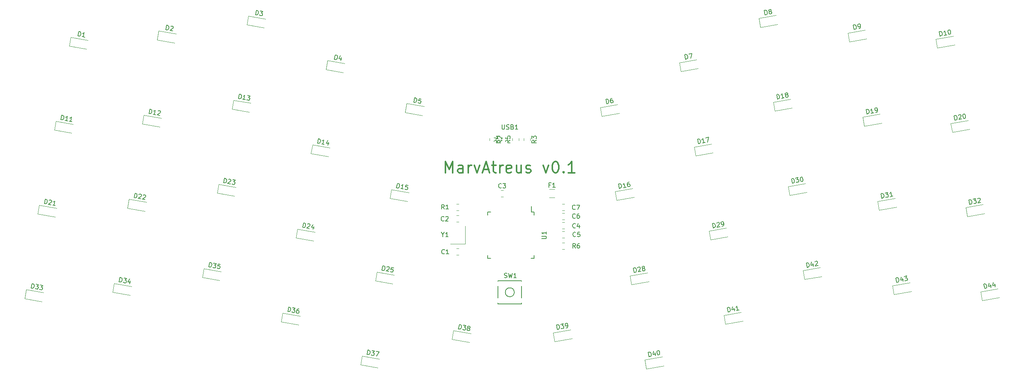
<source format=gto>
G04 #@! TF.GenerationSoftware,KiCad,Pcbnew,(5.1.5)-3*
G04 #@! TF.CreationDate,2020-04-21T01:25:22+02:00*
G04 #@! TF.ProjectId,Marv-Atreus,4d617276-2d41-4747-9265-75732e6b6963,rev?*
G04 #@! TF.SameCoordinates,Original*
G04 #@! TF.FileFunction,Legend,Top*
G04 #@! TF.FilePolarity,Positive*
%FSLAX46Y46*%
G04 Gerber Fmt 4.6, Leading zero omitted, Abs format (unit mm)*
G04 Created by KiCad (PCBNEW (5.1.5)-3) date 2020-04-21 01:25:22*
%MOMM*%
%LPD*%
G04 APERTURE LIST*
%ADD10C,0.300000*%
%ADD11C,0.120000*%
%ADD12C,0.150000*%
%ADD13R,1.200000X1.400000*%
%ADD14R,0.600000X1.450000*%
%ADD15R,0.300000X1.450000*%
%ADD16C,0.650000*%
%ADD17R,1.500000X0.550000*%
%ADD18R,0.550000X1.500000*%
%ADD19R,1.800000X1.100000*%
%ADD20C,0.100000*%
%ADD21C,3.987800*%
%ADD22C,1.750000*%
G04 APERTURE END LIST*
D10*
X134338258Y-82060952D02*
X134338258Y-79560952D01*
X135171592Y-81346666D01*
X136004925Y-79560952D01*
X136004925Y-82060952D01*
X138266830Y-82060952D02*
X138266830Y-80751428D01*
X138147782Y-80513333D01*
X137909687Y-80394285D01*
X137433497Y-80394285D01*
X137195401Y-80513333D01*
X138266830Y-81941904D02*
X138028735Y-82060952D01*
X137433497Y-82060952D01*
X137195401Y-81941904D01*
X137076354Y-81703809D01*
X137076354Y-81465714D01*
X137195401Y-81227619D01*
X137433497Y-81108571D01*
X138028735Y-81108571D01*
X138266830Y-80989523D01*
X139457306Y-82060952D02*
X139457306Y-80394285D01*
X139457306Y-80870476D02*
X139576354Y-80632380D01*
X139695401Y-80513333D01*
X139933497Y-80394285D01*
X140171592Y-80394285D01*
X140766830Y-80394285D02*
X141362068Y-82060952D01*
X141957306Y-80394285D01*
X142790639Y-81346666D02*
X143981116Y-81346666D01*
X142552544Y-82060952D02*
X143385877Y-79560952D01*
X144219211Y-82060952D01*
X144695401Y-80394285D02*
X145647782Y-80394285D01*
X145052544Y-79560952D02*
X145052544Y-81703809D01*
X145171592Y-81941904D01*
X145409687Y-82060952D01*
X145647782Y-82060952D01*
X146481116Y-82060952D02*
X146481116Y-80394285D01*
X146481116Y-80870476D02*
X146600163Y-80632380D01*
X146719211Y-80513333D01*
X146957306Y-80394285D01*
X147195401Y-80394285D01*
X148981116Y-81941904D02*
X148743020Y-82060952D01*
X148266830Y-82060952D01*
X148028735Y-81941904D01*
X147909687Y-81703809D01*
X147909687Y-80751428D01*
X148028735Y-80513333D01*
X148266830Y-80394285D01*
X148743020Y-80394285D01*
X148981116Y-80513333D01*
X149100163Y-80751428D01*
X149100163Y-80989523D01*
X147909687Y-81227619D01*
X151243020Y-80394285D02*
X151243020Y-82060952D01*
X150171592Y-80394285D02*
X150171592Y-81703809D01*
X150290639Y-81941904D01*
X150528735Y-82060952D01*
X150885877Y-82060952D01*
X151123973Y-81941904D01*
X151243020Y-81822857D01*
X152314449Y-81941904D02*
X152552544Y-82060952D01*
X153028735Y-82060952D01*
X153266830Y-81941904D01*
X153385877Y-81703809D01*
X153385877Y-81584761D01*
X153266830Y-81346666D01*
X153028735Y-81227619D01*
X152671592Y-81227619D01*
X152433497Y-81108571D01*
X152314449Y-80870476D01*
X152314449Y-80751428D01*
X152433497Y-80513333D01*
X152671592Y-80394285D01*
X153028735Y-80394285D01*
X153266830Y-80513333D01*
X156123973Y-80394285D02*
X156719211Y-82060952D01*
X157314449Y-80394285D01*
X158743020Y-79560952D02*
X158981116Y-79560952D01*
X159219211Y-79680000D01*
X159338258Y-79799047D01*
X159457306Y-80037142D01*
X159576354Y-80513333D01*
X159576354Y-81108571D01*
X159457306Y-81584761D01*
X159338258Y-81822857D01*
X159219211Y-81941904D01*
X158981116Y-82060952D01*
X158743020Y-82060952D01*
X158504925Y-81941904D01*
X158385877Y-81822857D01*
X158266830Y-81584761D01*
X158147782Y-81108571D01*
X158147782Y-80513333D01*
X158266830Y-80037142D01*
X158385877Y-79799047D01*
X158504925Y-79680000D01*
X158743020Y-79560952D01*
X160647782Y-81822857D02*
X160766830Y-81941904D01*
X160647782Y-82060952D01*
X160528735Y-81941904D01*
X160647782Y-81822857D01*
X160647782Y-82060952D01*
X163147782Y-82060952D02*
X161719211Y-82060952D01*
X162433497Y-82060952D02*
X162433497Y-79560952D01*
X162195401Y-79918095D01*
X161957306Y-80156190D01*
X161719211Y-80275238D01*
D11*
X138733560Y-97894000D02*
X138733560Y-93894000D01*
X135433560Y-97894000D02*
X138733560Y-97894000D01*
D12*
X153499307Y-90818108D02*
X153499307Y-89543108D01*
X154074307Y-101168108D02*
X154074307Y-100493108D01*
X143724307Y-101168108D02*
X143724307Y-100493108D01*
X143724307Y-90818108D02*
X143724307Y-91493108D01*
X154074307Y-90818108D02*
X154074307Y-91493108D01*
X143724307Y-90818108D02*
X144399307Y-90818108D01*
X143724307Y-101168108D02*
X144399307Y-101168108D01*
X154074307Y-101168108D02*
X153399307Y-101168108D01*
X154074307Y-90818108D02*
X153499307Y-90818108D01*
X146083497Y-106093140D02*
X151283497Y-106093140D01*
X151283497Y-106093140D02*
X151283497Y-111293140D01*
X151283497Y-111293140D02*
X146083497Y-111293140D01*
X146083497Y-111293140D02*
X146083497Y-106093140D01*
X149683497Y-108693140D02*
G75*
G03X149683497Y-108693140I-1000000J0D01*
G01*
D11*
X160886578Y-97640000D02*
X160369422Y-97640000D01*
X160886578Y-99060000D02*
X160369422Y-99060000D01*
X150670000Y-74908078D02*
X150670000Y-74390922D01*
X149250000Y-74908078D02*
X149250000Y-74390922D01*
X148130000Y-74917886D02*
X148130000Y-74400730D01*
X146710000Y-74917886D02*
X146710000Y-74400730D01*
X151790000Y-74400730D02*
X151790000Y-74917886D01*
X153210000Y-74400730D02*
X153210000Y-74917886D01*
X145590000Y-74400730D02*
X145590000Y-74917886D01*
X144170000Y-74400730D02*
X144170000Y-74917886D01*
X136825922Y-90424000D02*
X137343078Y-90424000D01*
X136825922Y-89004000D02*
X137343078Y-89004000D01*
X157485936Y-87576000D02*
X158690064Y-87576000D01*
X157485936Y-85756000D02*
X158690064Y-85756000D01*
X253450384Y-108579780D02*
X257291135Y-107902552D01*
X253797681Y-110549395D02*
X257638431Y-109872167D01*
X253450384Y-108579780D02*
X253797681Y-110549395D01*
X233862747Y-107197628D02*
X237703498Y-106520400D01*
X234210044Y-109167243D02*
X238050794Y-108490015D01*
X233862747Y-107197628D02*
X234210044Y-109167243D01*
X213930527Y-103861242D02*
X217771278Y-103184014D01*
X214277824Y-105830857D02*
X218118574Y-105153629D01*
X213930527Y-103861242D02*
X214277824Y-105830857D01*
X196341477Y-113813640D02*
X200182228Y-113136412D01*
X196688774Y-115783255D02*
X200529524Y-115106027D01*
X196341477Y-113813640D02*
X196688774Y-115783255D01*
X178752428Y-123766038D02*
X182593179Y-123088810D01*
X179099725Y-125735653D02*
X182940475Y-125058425D01*
X178752428Y-123766038D02*
X179099725Y-125735653D01*
X158337790Y-117693726D02*
X162178541Y-117016498D01*
X158685087Y-119663341D02*
X162525837Y-118986113D01*
X158337790Y-117693726D02*
X158685087Y-119663341D01*
X136160957Y-117222060D02*
X140001707Y-117899288D01*
X135813660Y-119191675D02*
X139654411Y-119868903D01*
X136160957Y-117222060D02*
X135813660Y-119191675D01*
X115815236Y-122903525D02*
X119655986Y-123580753D01*
X115467939Y-124873140D02*
X119308690Y-125550368D01*
X115815236Y-122903525D02*
X115467939Y-124873140D01*
X98157270Y-113341974D02*
X101998020Y-114019202D01*
X97809973Y-115311589D02*
X101650724Y-115988817D01*
X98157270Y-113341974D02*
X97809973Y-115311589D01*
X80568220Y-103389576D02*
X84408970Y-104066804D01*
X80220923Y-105359191D02*
X84061674Y-106036419D01*
X80568220Y-103389576D02*
X80220923Y-105359191D01*
X60635999Y-106725962D02*
X64476749Y-107403190D01*
X60288702Y-108695577D02*
X64129453Y-109372805D01*
X60635999Y-106725962D02*
X60288702Y-108695577D01*
X41048363Y-108108115D02*
X44889113Y-108785343D01*
X40701066Y-110077730D02*
X44541817Y-110754958D01*
X41048363Y-108108115D02*
X40701066Y-110077730D01*
X250142377Y-89819146D02*
X253983128Y-89141918D01*
X250489674Y-91788761D02*
X254330424Y-91111533D01*
X250142377Y-89819146D02*
X250489674Y-91788761D01*
X230554741Y-88436993D02*
X234395492Y-87759765D01*
X230902038Y-90406608D02*
X234742788Y-89729380D01*
X230554741Y-88436993D02*
X230902038Y-90406608D01*
X210622520Y-85100607D02*
X214463271Y-84423379D01*
X210969817Y-87070222D02*
X214810567Y-86392994D01*
X210622520Y-85100607D02*
X210969817Y-87070222D01*
X193033471Y-95053005D02*
X196874222Y-94375777D01*
X193380768Y-97022620D02*
X197221518Y-96345392D01*
X193033471Y-95053005D02*
X193380768Y-97022620D01*
X175444422Y-105005403D02*
X179285173Y-104328175D01*
X175791719Y-106975018D02*
X179632469Y-106297790D01*
X175444422Y-105005403D02*
X175791719Y-106975018D01*
X119123242Y-104142890D02*
X122963992Y-104820118D01*
X118775945Y-106112505D02*
X122616696Y-106789733D01*
X119123242Y-104142890D02*
X118775945Y-106112505D01*
X101465276Y-94581340D02*
X105306026Y-95258568D01*
X101117979Y-96550955D02*
X104958730Y-97228183D01*
X101465276Y-94581340D02*
X101117979Y-96550955D01*
X83876226Y-84628942D02*
X87716976Y-85306170D01*
X83528929Y-86598557D02*
X87369680Y-87275785D01*
X83876226Y-84628942D02*
X83528929Y-86598557D01*
X63944006Y-87965327D02*
X67784756Y-88642555D01*
X63596709Y-89934942D02*
X67437460Y-90612170D01*
X63944006Y-87965327D02*
X63596709Y-89934942D01*
X43965523Y-89278563D02*
X47806273Y-89955791D01*
X43618226Y-91248178D02*
X47458977Y-91925406D01*
X43965523Y-89278563D02*
X43618226Y-91248178D01*
X246834371Y-71058511D02*
X250675122Y-70381283D01*
X247181668Y-73028126D02*
X251022418Y-72350898D01*
X246834371Y-71058511D02*
X247181668Y-73028126D01*
X227246735Y-69676358D02*
X231087486Y-68999130D01*
X227594032Y-71645973D02*
X231434782Y-70968745D01*
X227246735Y-69676358D02*
X227594032Y-71645973D01*
X207314514Y-66339972D02*
X211155265Y-65662744D01*
X207661811Y-68309587D02*
X211502561Y-67632359D01*
X207314514Y-66339972D02*
X207661811Y-68309587D01*
X189725465Y-76292370D02*
X193566216Y-75615142D01*
X190072762Y-78261985D02*
X193913512Y-77584757D01*
X189725465Y-76292370D02*
X190072762Y-78261985D01*
X172136415Y-86244768D02*
X175977166Y-85567540D01*
X172483712Y-88214383D02*
X176324462Y-87537155D01*
X172136415Y-86244768D02*
X172483712Y-88214383D01*
X122362331Y-85773102D02*
X126203081Y-86450330D01*
X122015034Y-87742717D02*
X125855785Y-88419945D01*
X122362331Y-85773102D02*
X122015034Y-87742717D01*
X104773282Y-75820704D02*
X108614032Y-76497932D01*
X104425985Y-77790319D02*
X108266736Y-78467547D01*
X104773282Y-75820704D02*
X104425985Y-77790319D01*
X87184232Y-65868306D02*
X91024982Y-66545534D01*
X86836935Y-67837921D02*
X90677686Y-68515149D01*
X87184232Y-65868306D02*
X86836935Y-67837921D01*
X67252012Y-69204692D02*
X71092762Y-69881920D01*
X66904715Y-71174307D02*
X70745466Y-71851535D01*
X67252012Y-69204692D02*
X66904715Y-71174307D01*
X47664375Y-70586845D02*
X51505125Y-71264073D01*
X47317078Y-72556460D02*
X51157829Y-73233688D01*
X47664375Y-70586845D02*
X47317078Y-72556460D01*
X243526365Y-52297876D02*
X247367116Y-51620648D01*
X243873662Y-54267491D02*
X247714412Y-53590263D01*
X243526365Y-52297876D02*
X243873662Y-54267491D01*
X223938729Y-50915723D02*
X227779480Y-50238495D01*
X224286026Y-52885338D02*
X228126776Y-52208110D01*
X223938729Y-50915723D02*
X224286026Y-52885338D01*
X204109965Y-47663532D02*
X207950716Y-46986304D01*
X204457262Y-49633147D02*
X208298012Y-48955919D01*
X204109965Y-47663532D02*
X204457262Y-49633147D01*
X186417459Y-57531735D02*
X190258210Y-56854507D01*
X186764756Y-59501350D02*
X190605506Y-58824122D01*
X186417459Y-57531735D02*
X186764756Y-59501350D01*
X168828409Y-67484133D02*
X172669160Y-66806905D01*
X169175706Y-69453748D02*
X173016456Y-68776520D01*
X168828409Y-67484133D02*
X169175706Y-69453748D01*
X125739254Y-66621621D02*
X129580004Y-67298849D01*
X125391957Y-68591236D02*
X129232708Y-69268464D01*
X125739254Y-66621621D02*
X125391957Y-68591236D01*
X108081288Y-57060070D02*
X111922038Y-57737298D01*
X107733991Y-59029685D02*
X111574742Y-59706913D01*
X108081288Y-57060070D02*
X107733991Y-59029685D01*
X90492238Y-47107672D02*
X94332988Y-47784900D01*
X90144941Y-49077287D02*
X93985692Y-49754515D01*
X90492238Y-47107672D02*
X90144941Y-49077287D01*
X70560018Y-50444057D02*
X74400768Y-51121285D01*
X70212721Y-52413672D02*
X74053472Y-53090900D01*
X70560018Y-50444057D02*
X70212721Y-52413672D01*
X50972381Y-51826210D02*
X54813131Y-52503438D01*
X50625084Y-53795825D02*
X54465835Y-54473053D01*
X50972381Y-51826210D02*
X50625084Y-53795825D01*
X160369422Y-90424000D02*
X160886578Y-90424000D01*
X160369422Y-89004000D02*
X160886578Y-89004000D01*
X160369422Y-92456000D02*
X160886578Y-92456000D01*
X160369422Y-91036000D02*
X160886578Y-91036000D01*
X160369422Y-96520000D02*
X160886578Y-96520000D01*
X160369422Y-95100000D02*
X160886578Y-95100000D01*
X160369422Y-94488000D02*
X160886578Y-94488000D01*
X160369422Y-93068000D02*
X160886578Y-93068000D01*
X146731922Y-87376000D02*
X147249078Y-87376000D01*
X146731922Y-85956000D02*
X147249078Y-85956000D01*
X136825922Y-92964000D02*
X137343078Y-92964000D01*
X136825922Y-91544000D02*
X137343078Y-91544000D01*
X137343078Y-98910000D02*
X136825922Y-98910000D01*
X137343078Y-100330000D02*
X136825922Y-100330000D01*
D12*
X133793809Y-95836190D02*
X133793809Y-96312380D01*
X133460476Y-95312380D02*
X133793809Y-95836190D01*
X134127142Y-95312380D01*
X134984285Y-96312380D02*
X134412857Y-96312380D01*
X134698571Y-96312380D02*
X134698571Y-95312380D01*
X134603333Y-95455238D01*
X134508095Y-95550476D01*
X134412857Y-95598095D01*
X146945401Y-71357904D02*
X146945401Y-72167428D01*
X146993020Y-72262666D01*
X147040639Y-72310285D01*
X147135877Y-72357904D01*
X147326354Y-72357904D01*
X147421592Y-72310285D01*
X147469211Y-72262666D01*
X147516830Y-72167428D01*
X147516830Y-71357904D01*
X147945401Y-72310285D02*
X148088258Y-72357904D01*
X148326354Y-72357904D01*
X148421592Y-72310285D01*
X148469211Y-72262666D01*
X148516830Y-72167428D01*
X148516830Y-72072190D01*
X148469211Y-71976952D01*
X148421592Y-71929333D01*
X148326354Y-71881714D01*
X148135877Y-71834095D01*
X148040639Y-71786476D01*
X147993020Y-71738857D01*
X147945401Y-71643619D01*
X147945401Y-71548381D01*
X147993020Y-71453143D01*
X148040639Y-71405524D01*
X148135877Y-71357904D01*
X148373973Y-71357904D01*
X148516830Y-71405524D01*
X149278735Y-71834095D02*
X149421592Y-71881714D01*
X149469211Y-71929333D01*
X149516830Y-72024571D01*
X149516830Y-72167428D01*
X149469211Y-72262666D01*
X149421592Y-72310285D01*
X149326354Y-72357904D01*
X148945401Y-72357904D01*
X148945401Y-71357904D01*
X149278735Y-71357904D01*
X149373973Y-71405524D01*
X149421592Y-71453143D01*
X149469211Y-71548381D01*
X149469211Y-71643619D01*
X149421592Y-71738857D01*
X149373973Y-71786476D01*
X149278735Y-71834095D01*
X148945401Y-71834095D01*
X150469211Y-72357904D02*
X149897782Y-72357904D01*
X150183497Y-72357904D02*
X150183497Y-71357904D01*
X150088258Y-71500762D01*
X149993020Y-71596000D01*
X149897782Y-71643619D01*
X155801687Y-96755012D02*
X156611211Y-96755012D01*
X156706449Y-96707393D01*
X156754068Y-96659774D01*
X156801687Y-96564536D01*
X156801687Y-96374060D01*
X156754068Y-96278822D01*
X156706449Y-96231203D01*
X156611211Y-96183584D01*
X155801687Y-96183584D01*
X156801687Y-95183584D02*
X156801687Y-95755012D01*
X156801687Y-95469298D02*
X155801687Y-95469298D01*
X155944545Y-95564536D01*
X156039783Y-95659774D01*
X156087402Y-95755012D01*
X147466666Y-105384761D02*
X147609523Y-105432380D01*
X147847619Y-105432380D01*
X147942857Y-105384761D01*
X147990476Y-105337142D01*
X148038095Y-105241904D01*
X148038095Y-105146666D01*
X147990476Y-105051428D01*
X147942857Y-105003809D01*
X147847619Y-104956190D01*
X147657142Y-104908571D01*
X147561904Y-104860952D01*
X147514285Y-104813333D01*
X147466666Y-104718095D01*
X147466666Y-104622857D01*
X147514285Y-104527619D01*
X147561904Y-104480000D01*
X147657142Y-104432380D01*
X147895238Y-104432380D01*
X148038095Y-104480000D01*
X148371428Y-104432380D02*
X148609523Y-105432380D01*
X148800000Y-104718095D01*
X148990476Y-105432380D01*
X149228571Y-104432380D01*
X150133333Y-105432380D02*
X149561904Y-105432380D01*
X149847619Y-105432380D02*
X149847619Y-104432380D01*
X149752380Y-104575238D01*
X149657142Y-104670476D01*
X149561904Y-104718095D01*
X163283333Y-98832380D02*
X162950000Y-98356190D01*
X162711904Y-98832380D02*
X162711904Y-97832380D01*
X163092857Y-97832380D01*
X163188095Y-97880000D01*
X163235714Y-97927619D01*
X163283333Y-98022857D01*
X163283333Y-98165714D01*
X163235714Y-98260952D01*
X163188095Y-98308571D01*
X163092857Y-98356190D01*
X162711904Y-98356190D01*
X164140476Y-97832380D02*
X163950000Y-97832380D01*
X163854761Y-97880000D01*
X163807142Y-97927619D01*
X163711904Y-98070476D01*
X163664285Y-98260952D01*
X163664285Y-98641904D01*
X163711904Y-98737142D01*
X163759523Y-98784761D01*
X163854761Y-98832380D01*
X164045238Y-98832380D01*
X164140476Y-98784761D01*
X164188095Y-98737142D01*
X164235714Y-98641904D01*
X164235714Y-98403809D01*
X164188095Y-98308571D01*
X164140476Y-98260952D01*
X164045238Y-98213333D01*
X163854761Y-98213333D01*
X163759523Y-98260952D01*
X163711904Y-98308571D01*
X163664285Y-98403809D01*
X148762380Y-74816166D02*
X148286190Y-75149500D01*
X148762380Y-75387595D02*
X147762380Y-75387595D01*
X147762380Y-75006642D01*
X147810000Y-74911404D01*
X147857619Y-74863785D01*
X147952857Y-74816166D01*
X148095714Y-74816166D01*
X148190952Y-74863785D01*
X148238571Y-74911404D01*
X148286190Y-75006642D01*
X148286190Y-75387595D01*
X147762380Y-73911404D02*
X147762380Y-74387595D01*
X148238571Y-74435214D01*
X148190952Y-74387595D01*
X148143333Y-74292357D01*
X148143333Y-74054261D01*
X148190952Y-73959023D01*
X148238571Y-73911404D01*
X148333809Y-73863785D01*
X148571904Y-73863785D01*
X148667142Y-73911404D01*
X148714761Y-73959023D01*
X148762380Y-74054261D01*
X148762380Y-74292357D01*
X148714761Y-74387595D01*
X148667142Y-74435214D01*
X146222380Y-74825974D02*
X145746190Y-75159308D01*
X146222380Y-75397403D02*
X145222380Y-75397403D01*
X145222380Y-75016450D01*
X145270000Y-74921212D01*
X145317619Y-74873593D01*
X145412857Y-74825974D01*
X145555714Y-74825974D01*
X145650952Y-74873593D01*
X145698571Y-74921212D01*
X145746190Y-75016450D01*
X145746190Y-75397403D01*
X145555714Y-73968831D02*
X146222380Y-73968831D01*
X145174761Y-74206927D02*
X145889047Y-74445022D01*
X145889047Y-73825974D01*
X154602380Y-74825974D02*
X154126190Y-75159308D01*
X154602380Y-75397403D02*
X153602380Y-75397403D01*
X153602380Y-75016450D01*
X153650000Y-74921212D01*
X153697619Y-74873593D01*
X153792857Y-74825974D01*
X153935714Y-74825974D01*
X154030952Y-74873593D01*
X154078571Y-74921212D01*
X154126190Y-75016450D01*
X154126190Y-75397403D01*
X153602380Y-74492641D02*
X153602380Y-73873593D01*
X153983333Y-74206927D01*
X153983333Y-74064069D01*
X154030952Y-73968831D01*
X154078571Y-73921212D01*
X154173809Y-73873593D01*
X154411904Y-73873593D01*
X154507142Y-73921212D01*
X154554761Y-73968831D01*
X154602380Y-74064069D01*
X154602380Y-74349784D01*
X154554761Y-74445022D01*
X154507142Y-74492641D01*
X146982380Y-74825974D02*
X146506190Y-75159308D01*
X146982380Y-75397403D02*
X145982380Y-75397403D01*
X145982380Y-75016450D01*
X146030000Y-74921212D01*
X146077619Y-74873593D01*
X146172857Y-74825974D01*
X146315714Y-74825974D01*
X146410952Y-74873593D01*
X146458571Y-74921212D01*
X146506190Y-75016450D01*
X146506190Y-75397403D01*
X146077619Y-74445022D02*
X146030000Y-74397403D01*
X145982380Y-74302165D01*
X145982380Y-74064069D01*
X146030000Y-73968831D01*
X146077619Y-73921212D01*
X146172857Y-73873593D01*
X146268095Y-73873593D01*
X146410952Y-73921212D01*
X146982380Y-74492641D01*
X146982380Y-73873593D01*
X134103333Y-90162380D02*
X133770000Y-89686190D01*
X133531904Y-90162380D02*
X133531904Y-89162380D01*
X133912857Y-89162380D01*
X134008095Y-89210000D01*
X134055714Y-89257619D01*
X134103333Y-89352857D01*
X134103333Y-89495714D01*
X134055714Y-89590952D01*
X134008095Y-89638571D01*
X133912857Y-89686190D01*
X133531904Y-89686190D01*
X135055714Y-90162380D02*
X134484285Y-90162380D01*
X134770000Y-90162380D02*
X134770000Y-89162380D01*
X134674761Y-89305238D01*
X134579523Y-89400476D01*
X134484285Y-89448095D01*
X157754666Y-84774571D02*
X157421333Y-84774571D01*
X157421333Y-85298380D02*
X157421333Y-84298380D01*
X157897523Y-84298380D01*
X158802285Y-85298380D02*
X158230857Y-85298380D01*
X158516571Y-85298380D02*
X158516571Y-84298380D01*
X158421333Y-84441238D01*
X158326095Y-84536476D01*
X158230857Y-84584095D01*
X254375271Y-107860629D02*
X254201622Y-106875822D01*
X254436101Y-106834477D01*
X254585056Y-106856565D01*
X254695385Y-106933819D01*
X254758819Y-107019341D01*
X254838790Y-107198654D01*
X254863597Y-107339341D01*
X254849778Y-107535193D01*
X254819420Y-107637253D01*
X254742167Y-107747582D01*
X254609749Y-107819284D01*
X254375271Y-107860629D01*
X255666373Y-106956022D02*
X255782139Y-107612560D01*
X255365744Y-106622202D02*
X255255300Y-107366981D01*
X255864943Y-107259484D01*
X256604286Y-106790643D02*
X256720051Y-107447181D01*
X256303656Y-106456823D02*
X256193212Y-107201602D01*
X256802855Y-107094105D01*
X234787634Y-106478477D02*
X234613985Y-105493670D01*
X234848464Y-105452325D01*
X234997419Y-105474413D01*
X235107748Y-105551667D01*
X235171182Y-105637189D01*
X235251153Y-105816502D01*
X235275960Y-105957189D01*
X235262141Y-106153041D01*
X235231783Y-106255101D01*
X235154530Y-106365430D01*
X235022112Y-106437132D01*
X234787634Y-106478477D01*
X236078736Y-105573870D02*
X236194502Y-106230408D01*
X235778107Y-105240050D02*
X235667663Y-105984829D01*
X236277306Y-105877332D01*
X236442914Y-105171180D02*
X237052557Y-105063684D01*
X236790439Y-105496731D01*
X236931126Y-105471924D01*
X237033186Y-105502282D01*
X237088351Y-105540909D01*
X237151785Y-105626431D01*
X237193129Y-105860909D01*
X237162772Y-105962969D01*
X237124145Y-106018134D01*
X237038623Y-106081567D01*
X236757249Y-106131181D01*
X236655189Y-106100823D01*
X236600024Y-106062197D01*
X214855414Y-103142091D02*
X214681765Y-102157284D01*
X214916244Y-102115939D01*
X215065199Y-102138027D01*
X215175528Y-102215281D01*
X215238962Y-102300803D01*
X215318933Y-102480116D01*
X215343740Y-102620803D01*
X215329921Y-102816655D01*
X215299563Y-102918715D01*
X215222310Y-103029044D01*
X215089892Y-103100746D01*
X214855414Y-103142091D01*
X216146516Y-102237484D02*
X216262282Y-102894022D01*
X215845887Y-101903664D02*
X215735443Y-102648443D01*
X216345086Y-102540946D01*
X216574128Y-101920316D02*
X216612754Y-101865152D01*
X216698277Y-101801718D01*
X216932755Y-101760373D01*
X217034815Y-101790731D01*
X217089979Y-101829358D01*
X217153413Y-101914880D01*
X217169951Y-102008671D01*
X217147862Y-102157627D01*
X216684342Y-102819602D01*
X217293985Y-102712105D01*
X197266364Y-113094489D02*
X197092715Y-112109682D01*
X197327194Y-112068337D01*
X197476149Y-112090425D01*
X197586478Y-112167679D01*
X197649912Y-112253201D01*
X197729883Y-112432514D01*
X197754690Y-112573201D01*
X197740871Y-112769053D01*
X197710513Y-112871113D01*
X197633260Y-112981442D01*
X197500842Y-113053144D01*
X197266364Y-113094489D01*
X198557466Y-112189882D02*
X198673232Y-112846420D01*
X198256837Y-111856062D02*
X198146393Y-112600841D01*
X198756036Y-112493344D01*
X199704935Y-112664503D02*
X199142188Y-112763731D01*
X199423562Y-112714117D02*
X199249913Y-111729309D01*
X199180929Y-111886534D01*
X199103676Y-111996863D01*
X199018154Y-112060297D01*
X179677315Y-123046887D02*
X179503666Y-122062080D01*
X179738145Y-122020735D01*
X179887100Y-122042823D01*
X179997429Y-122120077D01*
X180060863Y-122205599D01*
X180140834Y-122384912D01*
X180165641Y-122525599D01*
X180151822Y-122721451D01*
X180121464Y-122823511D01*
X180044211Y-122933840D01*
X179911793Y-123005542D01*
X179677315Y-123046887D01*
X180968417Y-122142280D02*
X181084183Y-122798818D01*
X180667788Y-121808460D02*
X180557344Y-122553239D01*
X181166987Y-122445742D01*
X181613969Y-121689976D02*
X181707760Y-121673438D01*
X181809820Y-121703796D01*
X181864985Y-121742423D01*
X181928418Y-121827945D01*
X182008390Y-122007258D01*
X182049735Y-122241736D01*
X182035915Y-122437588D01*
X182005557Y-122539648D01*
X181966930Y-122594813D01*
X181881408Y-122658246D01*
X181787617Y-122674784D01*
X181685557Y-122644426D01*
X181630392Y-122605800D01*
X181566959Y-122520277D01*
X181486987Y-122340964D01*
X181445642Y-122106486D01*
X181459462Y-121910635D01*
X181489820Y-121808574D01*
X181528447Y-121753410D01*
X181613969Y-121689976D01*
X159262677Y-116974575D02*
X159089028Y-115989768D01*
X159323507Y-115948423D01*
X159472462Y-115970511D01*
X159582791Y-116047765D01*
X159646225Y-116133287D01*
X159726196Y-116312600D01*
X159751003Y-116453287D01*
X159737184Y-116649139D01*
X159706826Y-116751199D01*
X159629573Y-116861528D01*
X159497155Y-116933230D01*
X159262677Y-116974575D01*
X159980045Y-115832657D02*
X160589688Y-115725161D01*
X160327570Y-116158208D01*
X160468257Y-116133401D01*
X160570317Y-116163759D01*
X160625482Y-116202386D01*
X160688915Y-116287908D01*
X160730260Y-116522386D01*
X160699903Y-116624446D01*
X160661276Y-116679611D01*
X160575754Y-116743044D01*
X160294380Y-116792658D01*
X160192320Y-116762300D01*
X160137155Y-116723674D01*
X161232292Y-116627279D02*
X161419875Y-116594203D01*
X161505397Y-116530770D01*
X161544023Y-116475605D01*
X161613008Y-116318380D01*
X161626828Y-116122529D01*
X161560676Y-115747364D01*
X161497242Y-115661842D01*
X161442078Y-115623215D01*
X161340018Y-115592857D01*
X161152435Y-115625933D01*
X161066913Y-115689367D01*
X161028286Y-115744531D01*
X160997929Y-115846592D01*
X161039273Y-116081070D01*
X161102707Y-116166592D01*
X161157872Y-116205218D01*
X161259932Y-116235576D01*
X161447514Y-116202500D01*
X161533036Y-116139067D01*
X161571663Y-116083902D01*
X161602021Y-115981842D01*
X137276028Y-116862609D02*
X137449677Y-115877802D01*
X137684155Y-115919146D01*
X137816572Y-115990849D01*
X137893826Y-116101178D01*
X137924183Y-116203238D01*
X137938003Y-116399090D01*
X137913196Y-116539776D01*
X137833225Y-116719090D01*
X137769791Y-116804612D01*
X137659462Y-116881865D01*
X137510506Y-116903954D01*
X137276028Y-116862609D01*
X138340693Y-116034912D02*
X138950336Y-116142408D01*
X138555915Y-116459690D01*
X138696602Y-116484497D01*
X138782124Y-116547931D01*
X138820751Y-116603095D01*
X138851108Y-116705156D01*
X138809764Y-116939634D01*
X138746330Y-117025156D01*
X138691166Y-117063782D01*
X138589105Y-117094140D01*
X138307732Y-117044526D01*
X138222209Y-116981093D01*
X138183583Y-116925928D01*
X139438663Y-116663696D02*
X139353140Y-116600263D01*
X139314514Y-116545098D01*
X139284156Y-116443038D01*
X139292425Y-116396142D01*
X139355859Y-116310620D01*
X139411023Y-116271993D01*
X139513083Y-116241636D01*
X139700666Y-116274712D01*
X139786188Y-116338145D01*
X139824815Y-116393310D01*
X139855172Y-116495370D01*
X139846903Y-116542266D01*
X139783470Y-116627788D01*
X139728305Y-116666414D01*
X139626245Y-116696772D01*
X139438663Y-116663696D01*
X139336602Y-116694054D01*
X139281438Y-116732681D01*
X139218004Y-116818203D01*
X139184929Y-117005785D01*
X139215286Y-117107845D01*
X139253913Y-117163010D01*
X139339435Y-117226444D01*
X139527018Y-117259519D01*
X139629078Y-117229162D01*
X139684242Y-117190535D01*
X139747676Y-117105013D01*
X139780752Y-116917430D01*
X139750394Y-116815370D01*
X139711767Y-116760206D01*
X139626245Y-116696772D01*
X116930307Y-122544074D02*
X117103956Y-121559267D01*
X117338434Y-121600611D01*
X117470851Y-121672314D01*
X117548105Y-121782643D01*
X117578462Y-121884703D01*
X117592282Y-122080555D01*
X117567475Y-122221241D01*
X117487504Y-122400555D01*
X117424070Y-122486077D01*
X117313741Y-122563330D01*
X117164785Y-122585419D01*
X116930307Y-122544074D01*
X117994972Y-121716377D02*
X118604615Y-121823873D01*
X118210194Y-122141155D01*
X118350881Y-122165962D01*
X118436403Y-122229396D01*
X118475030Y-122284560D01*
X118505387Y-122386621D01*
X118464043Y-122621099D01*
X118400609Y-122706621D01*
X118345445Y-122745247D01*
X118243384Y-122775605D01*
X117962011Y-122725991D01*
X117876488Y-122662558D01*
X117837862Y-122607393D01*
X118932884Y-121881756D02*
X119589423Y-121997521D01*
X118993714Y-122907909D01*
X99272341Y-112982523D02*
X99445990Y-111997716D01*
X99680468Y-112039060D01*
X99812885Y-112110763D01*
X99890139Y-112221092D01*
X99920496Y-112323152D01*
X99934316Y-112519004D01*
X99909509Y-112659690D01*
X99829538Y-112839004D01*
X99766104Y-112924526D01*
X99655775Y-113001779D01*
X99506819Y-113023868D01*
X99272341Y-112982523D01*
X100337006Y-112154826D02*
X100946649Y-112262322D01*
X100552228Y-112579604D01*
X100692915Y-112604411D01*
X100778437Y-112667845D01*
X100817064Y-112723009D01*
X100847421Y-112825070D01*
X100806077Y-113059548D01*
X100742643Y-113145070D01*
X100687479Y-113183696D01*
X100585418Y-113214054D01*
X100304045Y-113164440D01*
X100218522Y-113101007D01*
X100179896Y-113045842D01*
X101790770Y-112411164D02*
X101603187Y-112378088D01*
X101501127Y-112408445D01*
X101445963Y-112447072D01*
X101327365Y-112571221D01*
X101247393Y-112750534D01*
X101181242Y-113125699D01*
X101211599Y-113227759D01*
X101250226Y-113282924D01*
X101335748Y-113346358D01*
X101523331Y-113379433D01*
X101625391Y-113349076D01*
X101680555Y-113310449D01*
X101743989Y-113224927D01*
X101785334Y-112990449D01*
X101754976Y-112888389D01*
X101716349Y-112833224D01*
X101630827Y-112769790D01*
X101443245Y-112736715D01*
X101341184Y-112767072D01*
X101286020Y-112805699D01*
X101222586Y-112891221D01*
X81683291Y-103030125D02*
X81856940Y-102045318D01*
X82091418Y-102086662D01*
X82223835Y-102158365D01*
X82301089Y-102268694D01*
X82331446Y-102370754D01*
X82345266Y-102566606D01*
X82320459Y-102707292D01*
X82240488Y-102886606D01*
X82177054Y-102972128D01*
X82066725Y-103049381D01*
X81917769Y-103071470D01*
X81683291Y-103030125D01*
X82747956Y-102202428D02*
X83357599Y-102309924D01*
X82963178Y-102627206D01*
X83103865Y-102652013D01*
X83189387Y-102715447D01*
X83228014Y-102770611D01*
X83258371Y-102872672D01*
X83217027Y-103107150D01*
X83153593Y-103192672D01*
X83098429Y-103231298D01*
X82996368Y-103261656D01*
X82714995Y-103212042D01*
X82629472Y-103148609D01*
X82590846Y-103093444D01*
X84248616Y-102467035D02*
X83779659Y-102384345D01*
X83650074Y-102845032D01*
X83705239Y-102806405D01*
X83807299Y-102776048D01*
X84041777Y-102817392D01*
X84127299Y-102880826D01*
X84165926Y-102935991D01*
X84196284Y-103038051D01*
X84154939Y-103272529D01*
X84091505Y-103358051D01*
X84036341Y-103396678D01*
X83934281Y-103427035D01*
X83699802Y-103385691D01*
X83614280Y-103322257D01*
X83575654Y-103267092D01*
X61751070Y-106366511D02*
X61924719Y-105381704D01*
X62159197Y-105423048D01*
X62291614Y-105494751D01*
X62368868Y-105605080D01*
X62399225Y-105707140D01*
X62413045Y-105902992D01*
X62388238Y-106043678D01*
X62308267Y-106222992D01*
X62244833Y-106308514D01*
X62134504Y-106385767D01*
X61985548Y-106407856D01*
X61751070Y-106366511D01*
X62815735Y-105538814D02*
X63425378Y-105646310D01*
X63030957Y-105963592D01*
X63171644Y-105988399D01*
X63257166Y-106051833D01*
X63295793Y-106106997D01*
X63326150Y-106209058D01*
X63284806Y-106443536D01*
X63221372Y-106529058D01*
X63166208Y-106567684D01*
X63064147Y-106598042D01*
X62782774Y-106548428D01*
X62697251Y-106484995D01*
X62658625Y-106429830D01*
X64211616Y-106123421D02*
X64095851Y-106779959D01*
X64043290Y-105706911D02*
X63684777Y-106369000D01*
X64294420Y-106476497D01*
X42163434Y-107748664D02*
X42337083Y-106763857D01*
X42571561Y-106805201D01*
X42703978Y-106876904D01*
X42781232Y-106987233D01*
X42811589Y-107089293D01*
X42825409Y-107285145D01*
X42800602Y-107425831D01*
X42720631Y-107605145D01*
X42657197Y-107690667D01*
X42546868Y-107767920D01*
X42397912Y-107790009D01*
X42163434Y-107748664D01*
X43228099Y-106920967D02*
X43837742Y-107028463D01*
X43443321Y-107345745D01*
X43584008Y-107370552D01*
X43669530Y-107433986D01*
X43708157Y-107489150D01*
X43738514Y-107591211D01*
X43697170Y-107825689D01*
X43633736Y-107911211D01*
X43578572Y-107949837D01*
X43476511Y-107980195D01*
X43195138Y-107930581D01*
X43109615Y-107867148D01*
X43070989Y-107811983D01*
X44166011Y-107086346D02*
X44775654Y-107193842D01*
X44381233Y-107511125D01*
X44521920Y-107535931D01*
X44607442Y-107599365D01*
X44646069Y-107654530D01*
X44676427Y-107756590D01*
X44635082Y-107991068D01*
X44571648Y-108076590D01*
X44516484Y-108115217D01*
X44414424Y-108145574D01*
X44133050Y-108095961D01*
X44047528Y-108032527D01*
X44008901Y-107977363D01*
X251067264Y-89099995D02*
X250893615Y-88115188D01*
X251128094Y-88073843D01*
X251277049Y-88095931D01*
X251387378Y-88173185D01*
X251450812Y-88258707D01*
X251530783Y-88438020D01*
X251555590Y-88578707D01*
X251541771Y-88774559D01*
X251511413Y-88876619D01*
X251434160Y-88986948D01*
X251301742Y-89058650D01*
X251067264Y-89099995D01*
X251784632Y-87958077D02*
X252394275Y-87850581D01*
X252132157Y-88283628D01*
X252272844Y-88258821D01*
X252374904Y-88289179D01*
X252430069Y-88327806D01*
X252493502Y-88413328D01*
X252534847Y-88647806D01*
X252504490Y-88749866D01*
X252465863Y-88805031D01*
X252380341Y-88868464D01*
X252098967Y-88918078D01*
X251996907Y-88887720D01*
X251941742Y-88849094D01*
X252785978Y-87878220D02*
X252824604Y-87823056D01*
X252910127Y-87759622D01*
X253144605Y-87718277D01*
X253246665Y-87748635D01*
X253301829Y-87787262D01*
X253365263Y-87872784D01*
X253381801Y-87966575D01*
X253359712Y-88115531D01*
X252896192Y-88777506D01*
X253505835Y-88670009D01*
X231479628Y-87717842D02*
X231305979Y-86733035D01*
X231540458Y-86691690D01*
X231689413Y-86713778D01*
X231799742Y-86791032D01*
X231863176Y-86876554D01*
X231943147Y-87055867D01*
X231967954Y-87196554D01*
X231954135Y-87392406D01*
X231923777Y-87494466D01*
X231846524Y-87604795D01*
X231714106Y-87676497D01*
X231479628Y-87717842D01*
X232196996Y-86575924D02*
X232806639Y-86468428D01*
X232544521Y-86901475D01*
X232685208Y-86876668D01*
X232787268Y-86907026D01*
X232842433Y-86945653D01*
X232905866Y-87031175D01*
X232947211Y-87265653D01*
X232916854Y-87367713D01*
X232878227Y-87422878D01*
X232792705Y-87486311D01*
X232511331Y-87535925D01*
X232409271Y-87505567D01*
X232354106Y-87466941D01*
X233918199Y-87287856D02*
X233355452Y-87387084D01*
X233636826Y-87337470D02*
X233463177Y-86352662D01*
X233394193Y-86509887D01*
X233316940Y-86620216D01*
X233231418Y-86683650D01*
X211547407Y-84381456D02*
X211373758Y-83396649D01*
X211608237Y-83355304D01*
X211757192Y-83377392D01*
X211867521Y-83454646D01*
X211930955Y-83540168D01*
X212010926Y-83719481D01*
X212035733Y-83860168D01*
X212021914Y-84056020D01*
X211991556Y-84158080D01*
X211914303Y-84268409D01*
X211781885Y-84340111D01*
X211547407Y-84381456D01*
X212264775Y-83239538D02*
X212874418Y-83132042D01*
X212612300Y-83565089D01*
X212752987Y-83540282D01*
X212855047Y-83570640D01*
X212910212Y-83609267D01*
X212973645Y-83694789D01*
X213014990Y-83929267D01*
X212984633Y-84031327D01*
X212946006Y-84086492D01*
X212860484Y-84149925D01*
X212579110Y-84199539D01*
X212477050Y-84169181D01*
X212421885Y-84130555D01*
X213484061Y-83024545D02*
X213577852Y-83008007D01*
X213679912Y-83038365D01*
X213735077Y-83076992D01*
X213798510Y-83162514D01*
X213878482Y-83341827D01*
X213919827Y-83576305D01*
X213906007Y-83772157D01*
X213875649Y-83874217D01*
X213837022Y-83929382D01*
X213751500Y-83992815D01*
X213657709Y-84009353D01*
X213555649Y-83978995D01*
X213500484Y-83940369D01*
X213437051Y-83854846D01*
X213357079Y-83675533D01*
X213315734Y-83441055D01*
X213329554Y-83245204D01*
X213359912Y-83143143D01*
X213398539Y-83087979D01*
X213484061Y-83024545D01*
X193958358Y-94333854D02*
X193784709Y-93349047D01*
X194019188Y-93307702D01*
X194168143Y-93329790D01*
X194278472Y-93407044D01*
X194341906Y-93492566D01*
X194421877Y-93671879D01*
X194446684Y-93812566D01*
X194432865Y-94008418D01*
X194402507Y-94110478D01*
X194325254Y-94220807D01*
X194192836Y-94292509D01*
X193958358Y-94333854D01*
X194739160Y-93277459D02*
X194777786Y-93222294D01*
X194863308Y-93158860D01*
X195097786Y-93117516D01*
X195199847Y-93147873D01*
X195255011Y-93186500D01*
X195318445Y-93272022D01*
X195334983Y-93365813D01*
X195312894Y-93514769D01*
X194849374Y-94176744D01*
X195459017Y-94069248D01*
X195927973Y-93986558D02*
X196115556Y-93953482D01*
X196201078Y-93890049D01*
X196239704Y-93834884D01*
X196308689Y-93677659D01*
X196322509Y-93481808D01*
X196256357Y-93106643D01*
X196192923Y-93021121D01*
X196137759Y-92982494D01*
X196035699Y-92952136D01*
X195848116Y-92985212D01*
X195762594Y-93048646D01*
X195723967Y-93103810D01*
X195693610Y-93205871D01*
X195734954Y-93440349D01*
X195798388Y-93525871D01*
X195853553Y-93564497D01*
X195955613Y-93594855D01*
X196143195Y-93561779D01*
X196228717Y-93498346D01*
X196267344Y-93443181D01*
X196297702Y-93341121D01*
X176369309Y-104286252D02*
X176195660Y-103301445D01*
X176430139Y-103260100D01*
X176579094Y-103282188D01*
X176689423Y-103359442D01*
X176752857Y-103444964D01*
X176832828Y-103624277D01*
X176857635Y-103764964D01*
X176843816Y-103960816D01*
X176813458Y-104062876D01*
X176736205Y-104173205D01*
X176603787Y-104244907D01*
X176369309Y-104286252D01*
X177150111Y-103229857D02*
X177188737Y-103174692D01*
X177274259Y-103111258D01*
X177508737Y-103069914D01*
X177610798Y-103100271D01*
X177665962Y-103138898D01*
X177729396Y-103224420D01*
X177745934Y-103318211D01*
X177723845Y-103467167D01*
X177260325Y-104129142D01*
X177869968Y-104021646D01*
X178333488Y-103359671D02*
X178231428Y-103329313D01*
X178176263Y-103290686D01*
X178112830Y-103205164D01*
X178104561Y-103158269D01*
X178134918Y-103056208D01*
X178173545Y-103001044D01*
X178259067Y-102937610D01*
X178446650Y-102904534D01*
X178548710Y-102934892D01*
X178603874Y-102973519D01*
X178667308Y-103059041D01*
X178675577Y-103105937D01*
X178645219Y-103207997D01*
X178606593Y-103263161D01*
X178521070Y-103326595D01*
X178333488Y-103359671D01*
X178247966Y-103423104D01*
X178209339Y-103478269D01*
X178178981Y-103580329D01*
X178212057Y-103767911D01*
X178275491Y-103853434D01*
X178330655Y-103892060D01*
X178432715Y-103922418D01*
X178620298Y-103889342D01*
X178705820Y-103825909D01*
X178744447Y-103770744D01*
X178774804Y-103668684D01*
X178741729Y-103481101D01*
X178678295Y-103395579D01*
X178623130Y-103356953D01*
X178521070Y-103326595D01*
X120238313Y-103783439D02*
X120411962Y-102798632D01*
X120646440Y-102839976D01*
X120778857Y-102911679D01*
X120856111Y-103022008D01*
X120886468Y-103124068D01*
X120900288Y-103319920D01*
X120875481Y-103460606D01*
X120795510Y-103639920D01*
X120732076Y-103725442D01*
X120621747Y-103802695D01*
X120472791Y-103824784D01*
X120238313Y-103783439D01*
X121333336Y-103057802D02*
X121388500Y-103019175D01*
X121490561Y-102988818D01*
X121725039Y-103030162D01*
X121810561Y-103093596D01*
X121849187Y-103148761D01*
X121879545Y-103250821D01*
X121863007Y-103344612D01*
X121791305Y-103477030D01*
X121129330Y-103940550D01*
X121738973Y-104048046D01*
X122803638Y-103220349D02*
X122334681Y-103137659D01*
X122205096Y-103598346D01*
X122260261Y-103559719D01*
X122362321Y-103529362D01*
X122596799Y-103570706D01*
X122682321Y-103634140D01*
X122720948Y-103689305D01*
X122751306Y-103791365D01*
X122709961Y-104025843D01*
X122646527Y-104111365D01*
X122591363Y-104149992D01*
X122489303Y-104180349D01*
X122254824Y-104139005D01*
X122169302Y-104075571D01*
X122130676Y-104020406D01*
X102580347Y-94221889D02*
X102753996Y-93237082D01*
X102988474Y-93278426D01*
X103120891Y-93350129D01*
X103198145Y-93460458D01*
X103228502Y-93562518D01*
X103242322Y-93758370D01*
X103217515Y-93899056D01*
X103137544Y-94078370D01*
X103074110Y-94163892D01*
X102963781Y-94241145D01*
X102814825Y-94263234D01*
X102580347Y-94221889D01*
X103675370Y-93496252D02*
X103730534Y-93457625D01*
X103832595Y-93427268D01*
X104067073Y-93468612D01*
X104152595Y-93532046D01*
X104191221Y-93587211D01*
X104221579Y-93689271D01*
X104205041Y-93783062D01*
X104133339Y-93915480D01*
X103471364Y-94379000D01*
X104081007Y-94486496D01*
X105040893Y-93978799D02*
X104925128Y-94635337D01*
X104872567Y-93562289D02*
X104514054Y-94224378D01*
X105123697Y-94331875D01*
X84991297Y-84269491D02*
X85164946Y-83284684D01*
X85399424Y-83326028D01*
X85531841Y-83397731D01*
X85609095Y-83508060D01*
X85639452Y-83610120D01*
X85653272Y-83805972D01*
X85628465Y-83946658D01*
X85548494Y-84125972D01*
X85485060Y-84211494D01*
X85374731Y-84288747D01*
X85225775Y-84310836D01*
X84991297Y-84269491D01*
X86086320Y-83543854D02*
X86141484Y-83505227D01*
X86243545Y-83474870D01*
X86478023Y-83516214D01*
X86563545Y-83579648D01*
X86602171Y-83634813D01*
X86632529Y-83736873D01*
X86615991Y-83830664D01*
X86544289Y-83963082D01*
X85882314Y-84426602D01*
X86491957Y-84534098D01*
X86993874Y-83607173D02*
X87603517Y-83714669D01*
X87209096Y-84031952D01*
X87349783Y-84056758D01*
X87435305Y-84120192D01*
X87473932Y-84175357D01*
X87504290Y-84277417D01*
X87462945Y-84511895D01*
X87399511Y-84597417D01*
X87344347Y-84636044D01*
X87242287Y-84666401D01*
X86960913Y-84616788D01*
X86875391Y-84553354D01*
X86836764Y-84498190D01*
X65059077Y-87605876D02*
X65232726Y-86621069D01*
X65467204Y-86662413D01*
X65599621Y-86734116D01*
X65676875Y-86844445D01*
X65707232Y-86946505D01*
X65721052Y-87142357D01*
X65696245Y-87283043D01*
X65616274Y-87462357D01*
X65552840Y-87547879D01*
X65442511Y-87625132D01*
X65293555Y-87647221D01*
X65059077Y-87605876D01*
X66154100Y-86880239D02*
X66209264Y-86841612D01*
X66311325Y-86811255D01*
X66545803Y-86852599D01*
X66631325Y-86916033D01*
X66669951Y-86971198D01*
X66700309Y-87073258D01*
X66683771Y-87167049D01*
X66612069Y-87299467D01*
X65950094Y-87762987D01*
X66559737Y-87870483D01*
X67092012Y-87045618D02*
X67147177Y-87006992D01*
X67249237Y-86976634D01*
X67483715Y-87017979D01*
X67569237Y-87081412D01*
X67607864Y-87136577D01*
X67638221Y-87238637D01*
X67621683Y-87332428D01*
X67549981Y-87464846D01*
X66888006Y-87928366D01*
X67497649Y-88035862D01*
X45080594Y-88919112D02*
X45254243Y-87934305D01*
X45488721Y-87975649D01*
X45621138Y-88047352D01*
X45698392Y-88157681D01*
X45728749Y-88259741D01*
X45742569Y-88455593D01*
X45717762Y-88596279D01*
X45637791Y-88775593D01*
X45574357Y-88861115D01*
X45464028Y-88938368D01*
X45315072Y-88960457D01*
X45080594Y-88919112D01*
X46175617Y-88193475D02*
X46230781Y-88154848D01*
X46332842Y-88124491D01*
X46567320Y-88165835D01*
X46652842Y-88229269D01*
X46691468Y-88284434D01*
X46721826Y-88386494D01*
X46705288Y-88480285D01*
X46633586Y-88612703D01*
X45971611Y-89076223D01*
X46581254Y-89183719D01*
X47519166Y-89349098D02*
X46956419Y-89249871D01*
X47237792Y-89299484D02*
X47411440Y-88314677D01*
X47292842Y-88438826D01*
X47182513Y-88516079D01*
X47080453Y-88546437D01*
X247759258Y-70339360D02*
X247585609Y-69354553D01*
X247820088Y-69313208D01*
X247969043Y-69335296D01*
X248079372Y-69412550D01*
X248142806Y-69498072D01*
X248222777Y-69677385D01*
X248247584Y-69818072D01*
X248233765Y-70013924D01*
X248203407Y-70115984D01*
X248126154Y-70226313D01*
X247993736Y-70298015D01*
X247759258Y-70339360D01*
X248540060Y-69282965D02*
X248578686Y-69227800D01*
X248664208Y-69164366D01*
X248898686Y-69123022D01*
X249000747Y-69153379D01*
X249055911Y-69192006D01*
X249119345Y-69277528D01*
X249135883Y-69371319D01*
X249113794Y-69520275D01*
X248650274Y-70182250D01*
X249259917Y-70074754D01*
X249695912Y-68982449D02*
X249789703Y-68965911D01*
X249891763Y-68996269D01*
X249946928Y-69034896D01*
X250010361Y-69120418D01*
X250090333Y-69299731D01*
X250131678Y-69534209D01*
X250117858Y-69730061D01*
X250087500Y-69832121D01*
X250048873Y-69887286D01*
X249963351Y-69950719D01*
X249869560Y-69967257D01*
X249767500Y-69936899D01*
X249712335Y-69898273D01*
X249648902Y-69812750D01*
X249568930Y-69633437D01*
X249527585Y-69398959D01*
X249541405Y-69203108D01*
X249571763Y-69101047D01*
X249610390Y-69045883D01*
X249695912Y-68982449D01*
X228171622Y-68957207D02*
X227997973Y-67972400D01*
X228232452Y-67931055D01*
X228381407Y-67953143D01*
X228491736Y-68030397D01*
X228555170Y-68115919D01*
X228635141Y-68295232D01*
X228659948Y-68435919D01*
X228646129Y-68631771D01*
X228615771Y-68733831D01*
X228538518Y-68844160D01*
X228406100Y-68915862D01*
X228171622Y-68957207D01*
X229672281Y-68692601D02*
X229109534Y-68791828D01*
X229390907Y-68742214D02*
X229217259Y-67757407D01*
X229148275Y-67914631D01*
X229071022Y-68024960D01*
X228985499Y-68088394D01*
X230141237Y-68609911D02*
X230328820Y-68576835D01*
X230414342Y-68513402D01*
X230452968Y-68458237D01*
X230521953Y-68301012D01*
X230535773Y-68105161D01*
X230469621Y-67729996D01*
X230406187Y-67644474D01*
X230351023Y-67605847D01*
X230248963Y-67575489D01*
X230061380Y-67608565D01*
X229975858Y-67671999D01*
X229937231Y-67727163D01*
X229906874Y-67829224D01*
X229948218Y-68063702D01*
X230011652Y-68149224D01*
X230066817Y-68187850D01*
X230168877Y-68218208D01*
X230356459Y-68185132D01*
X230441981Y-68121699D01*
X230480608Y-68066534D01*
X230510966Y-67964474D01*
X208239401Y-65620821D02*
X208065752Y-64636014D01*
X208300231Y-64594669D01*
X208449186Y-64616757D01*
X208559515Y-64694011D01*
X208622949Y-64779533D01*
X208702920Y-64958846D01*
X208727727Y-65099533D01*
X208713908Y-65295385D01*
X208683550Y-65397445D01*
X208606297Y-65507774D01*
X208473879Y-65579476D01*
X208239401Y-65620821D01*
X209740060Y-65356215D02*
X209177313Y-65455442D01*
X209458686Y-65405828D02*
X209285038Y-64421021D01*
X209216054Y-64578245D01*
X209138801Y-64688574D01*
X209053278Y-64752008D01*
X210203580Y-64694240D02*
X210101520Y-64663882D01*
X210046355Y-64625255D01*
X209982922Y-64539733D01*
X209974653Y-64492838D01*
X210005010Y-64390777D01*
X210043637Y-64335613D01*
X210129159Y-64272179D01*
X210316742Y-64239103D01*
X210418802Y-64269461D01*
X210473966Y-64308088D01*
X210537400Y-64393610D01*
X210545669Y-64440506D01*
X210515311Y-64542566D01*
X210476685Y-64597730D01*
X210391162Y-64661164D01*
X210203580Y-64694240D01*
X210118058Y-64757673D01*
X210079431Y-64812838D01*
X210049073Y-64914898D01*
X210082149Y-65102480D01*
X210145583Y-65188003D01*
X210200747Y-65226629D01*
X210302807Y-65256987D01*
X210490390Y-65223911D01*
X210575912Y-65160478D01*
X210614539Y-65105313D01*
X210644896Y-65003253D01*
X210611821Y-64815670D01*
X210548387Y-64730148D01*
X210493222Y-64691522D01*
X210391162Y-64661164D01*
X190650352Y-75573219D02*
X190476703Y-74588412D01*
X190711182Y-74547067D01*
X190860137Y-74569155D01*
X190970466Y-74646409D01*
X191033900Y-74731931D01*
X191113871Y-74911244D01*
X191138678Y-75051931D01*
X191124859Y-75247783D01*
X191094501Y-75349843D01*
X191017248Y-75460172D01*
X190884830Y-75531874D01*
X190650352Y-75573219D01*
X192151011Y-75308613D02*
X191588264Y-75407840D01*
X191869637Y-75358226D02*
X191695989Y-74373419D01*
X191627005Y-74530643D01*
X191549752Y-74640972D01*
X191464229Y-74704406D01*
X192305632Y-74265922D02*
X192962171Y-74150157D01*
X192713758Y-75209385D01*
X173061302Y-85525617D02*
X172887653Y-84540810D01*
X173122132Y-84499465D01*
X173271087Y-84521553D01*
X173381416Y-84598807D01*
X173444850Y-84684329D01*
X173524821Y-84863642D01*
X173549628Y-85004329D01*
X173535809Y-85200181D01*
X173505451Y-85302241D01*
X173428198Y-85412570D01*
X173295780Y-85484272D01*
X173061302Y-85525617D01*
X174561961Y-85261011D02*
X173999214Y-85360238D01*
X174280587Y-85310624D02*
X174106939Y-84325817D01*
X174037955Y-84483041D01*
X173960702Y-84593370D01*
X173875179Y-84656804D01*
X175232434Y-84127361D02*
X175044851Y-84160437D01*
X174959329Y-84223871D01*
X174920702Y-84279035D01*
X174851718Y-84436260D01*
X174837898Y-84632112D01*
X174904050Y-85007276D01*
X174967484Y-85092799D01*
X175022648Y-85131425D01*
X175124708Y-85161783D01*
X175312291Y-85128707D01*
X175397813Y-85065274D01*
X175436440Y-85010109D01*
X175466797Y-84908049D01*
X175425453Y-84673571D01*
X175362019Y-84588049D01*
X175306854Y-84549422D01*
X175204794Y-84519064D01*
X175017212Y-84552140D01*
X174931690Y-84615574D01*
X174893063Y-84670738D01*
X174862705Y-84772798D01*
X123477402Y-85413651D02*
X123651051Y-84428844D01*
X123885529Y-84470188D01*
X124017946Y-84541891D01*
X124095200Y-84652220D01*
X124125557Y-84754280D01*
X124139377Y-84950132D01*
X124114570Y-85090818D01*
X124034599Y-85270132D01*
X123971165Y-85355654D01*
X123860836Y-85432907D01*
X123711880Y-85454996D01*
X123477402Y-85413651D01*
X124978062Y-85678258D02*
X124415315Y-85579030D01*
X124696688Y-85628644D02*
X124870336Y-84643836D01*
X124751738Y-84767985D01*
X124641409Y-84845239D01*
X124539349Y-84875596D01*
X126042727Y-84850561D02*
X125573770Y-84767871D01*
X125444185Y-85228558D01*
X125499350Y-85189931D01*
X125601410Y-85159574D01*
X125835888Y-85200918D01*
X125921410Y-85264352D01*
X125960037Y-85319517D01*
X125990395Y-85421577D01*
X125949050Y-85656055D01*
X125885616Y-85741577D01*
X125830452Y-85780204D01*
X125728392Y-85810561D01*
X125493913Y-85769217D01*
X125408391Y-85705783D01*
X125369765Y-85650618D01*
X105888353Y-75461253D02*
X106062002Y-74476446D01*
X106296480Y-74517790D01*
X106428897Y-74589493D01*
X106506151Y-74699822D01*
X106536508Y-74801882D01*
X106550328Y-74997734D01*
X106525521Y-75138420D01*
X106445550Y-75317734D01*
X106382116Y-75403256D01*
X106271787Y-75480509D01*
X106122831Y-75502598D01*
X105888353Y-75461253D01*
X107389013Y-75725860D02*
X106826266Y-75626632D01*
X107107639Y-75676246D02*
X107281287Y-74691438D01*
X107162689Y-74815587D01*
X107052360Y-74892841D01*
X106950300Y-74923198D01*
X108348899Y-75218163D02*
X108233134Y-75874701D01*
X108180573Y-74801653D02*
X107822060Y-75463742D01*
X108431703Y-75571239D01*
X88299303Y-65508855D02*
X88472952Y-64524048D01*
X88707430Y-64565392D01*
X88839847Y-64637095D01*
X88917101Y-64747424D01*
X88947458Y-64849484D01*
X88961278Y-65045336D01*
X88936471Y-65186022D01*
X88856500Y-65365336D01*
X88793066Y-65450858D01*
X88682737Y-65528111D01*
X88533781Y-65550200D01*
X88299303Y-65508855D01*
X89799963Y-65773462D02*
X89237216Y-65674234D01*
X89518589Y-65723848D02*
X89692237Y-64739040D01*
X89573639Y-64863189D01*
X89463310Y-64940443D01*
X89361250Y-64970800D01*
X90301880Y-64846537D02*
X90911523Y-64954033D01*
X90517102Y-65271316D01*
X90657789Y-65296122D01*
X90743311Y-65359556D01*
X90781938Y-65414721D01*
X90812296Y-65516781D01*
X90770951Y-65751259D01*
X90707517Y-65836781D01*
X90652353Y-65875408D01*
X90550293Y-65905765D01*
X90268919Y-65856152D01*
X90183397Y-65792718D01*
X90144770Y-65737554D01*
X68367083Y-68845241D02*
X68540732Y-67860434D01*
X68775210Y-67901778D01*
X68907627Y-67973481D01*
X68984881Y-68083810D01*
X69015238Y-68185870D01*
X69029058Y-68381722D01*
X69004251Y-68522408D01*
X68924280Y-68701722D01*
X68860846Y-68787244D01*
X68750517Y-68864497D01*
X68601561Y-68886586D01*
X68367083Y-68845241D01*
X69867743Y-69109848D02*
X69304996Y-69010620D01*
X69586369Y-69060234D02*
X69760017Y-68075426D01*
X69641419Y-68199575D01*
X69531090Y-68276829D01*
X69429030Y-68307186D01*
X70400018Y-68284983D02*
X70455183Y-68246357D01*
X70557243Y-68215999D01*
X70791721Y-68257344D01*
X70877243Y-68320777D01*
X70915870Y-68375942D01*
X70946227Y-68478002D01*
X70929689Y-68571793D01*
X70857987Y-68704211D01*
X70196012Y-69167731D01*
X70805655Y-69275227D01*
X48779446Y-70227394D02*
X48953095Y-69242587D01*
X49187573Y-69283931D01*
X49319990Y-69355634D01*
X49397244Y-69465963D01*
X49427601Y-69568023D01*
X49441421Y-69763875D01*
X49416614Y-69904561D01*
X49336643Y-70083875D01*
X49273209Y-70169397D01*
X49162880Y-70246650D01*
X49013924Y-70268739D01*
X48779446Y-70227394D01*
X50280106Y-70492001D02*
X49717359Y-70392773D01*
X49998732Y-70442387D02*
X50172380Y-69457579D01*
X50053782Y-69581728D01*
X49943453Y-69658982D01*
X49841393Y-69689339D01*
X51218018Y-70657380D02*
X50655271Y-70558153D01*
X50936644Y-70607766D02*
X51110292Y-69622959D01*
X50991694Y-69747108D01*
X50881365Y-69824361D01*
X50779305Y-69854719D01*
X244451252Y-51578725D02*
X244277603Y-50593918D01*
X244512082Y-50552573D01*
X244661037Y-50574661D01*
X244771366Y-50651915D01*
X244834800Y-50737437D01*
X244914771Y-50916750D01*
X244939578Y-51057437D01*
X244925759Y-51253289D01*
X244895401Y-51355349D01*
X244818148Y-51465678D01*
X244685730Y-51537380D01*
X244451252Y-51578725D01*
X245951911Y-51314119D02*
X245389164Y-51413346D01*
X245670537Y-51363732D02*
X245496889Y-50378925D01*
X245427905Y-50536149D01*
X245350652Y-50646478D01*
X245265129Y-50709912D01*
X246387906Y-50221814D02*
X246481697Y-50205276D01*
X246583757Y-50235634D01*
X246638922Y-50274261D01*
X246702355Y-50359783D01*
X246782327Y-50539096D01*
X246823672Y-50773574D01*
X246809852Y-50969426D01*
X246779494Y-51071486D01*
X246740867Y-51126651D01*
X246655345Y-51190084D01*
X246561554Y-51206622D01*
X246459494Y-51176264D01*
X246404329Y-51137638D01*
X246340896Y-51052115D01*
X246260924Y-50872802D01*
X246219579Y-50638324D01*
X246233399Y-50442473D01*
X246263757Y-50340412D01*
X246302384Y-50285248D01*
X246387906Y-50221814D01*
X225332572Y-50113883D02*
X225158924Y-49129075D01*
X225393402Y-49087730D01*
X225542357Y-49109819D01*
X225652686Y-49187072D01*
X225716120Y-49272594D01*
X225796091Y-49451908D01*
X225820898Y-49592595D01*
X225807079Y-49788446D01*
X225776721Y-49890506D01*
X225699468Y-50000835D01*
X225567050Y-50072538D01*
X225332572Y-50113883D01*
X226364275Y-49931966D02*
X226551858Y-49898890D01*
X226637380Y-49835456D01*
X226676006Y-49780292D01*
X226744991Y-49623067D01*
X226758811Y-49427215D01*
X226692659Y-49052051D01*
X226629225Y-48966528D01*
X226574061Y-48927902D01*
X226472001Y-48897544D01*
X226284418Y-48930620D01*
X226198896Y-48994053D01*
X226160269Y-49049218D01*
X226129912Y-49151278D01*
X226171256Y-49385756D01*
X226234690Y-49471278D01*
X226289854Y-49509905D01*
X226391915Y-49540263D01*
X226579497Y-49507187D01*
X226665019Y-49443753D01*
X226703646Y-49388589D01*
X226734004Y-49286529D01*
X205503808Y-46861692D02*
X205330160Y-45876884D01*
X205564638Y-45835539D01*
X205713593Y-45857628D01*
X205823922Y-45934881D01*
X205887356Y-46020403D01*
X205967327Y-46199717D01*
X205992134Y-46340404D01*
X205978315Y-46536255D01*
X205947957Y-46638315D01*
X205870704Y-46748644D01*
X205738286Y-46820347D01*
X205503808Y-46861692D01*
X206530075Y-46100489D02*
X206428015Y-46070132D01*
X206372850Y-46031505D01*
X206309416Y-45945983D01*
X206301148Y-45899087D01*
X206331505Y-45797027D01*
X206370132Y-45741862D01*
X206455654Y-45678429D01*
X206643237Y-45645353D01*
X206745297Y-45675711D01*
X206800461Y-45714337D01*
X206863895Y-45799860D01*
X206872164Y-45846755D01*
X206841806Y-45948815D01*
X206803179Y-46003980D01*
X206717657Y-46067413D01*
X206530075Y-46100489D01*
X206444553Y-46163923D01*
X206405926Y-46219087D01*
X206375568Y-46321148D01*
X206408644Y-46508730D01*
X206472078Y-46594252D01*
X206527242Y-46632879D01*
X206629302Y-46663237D01*
X206816885Y-46630161D01*
X206902407Y-46566727D01*
X206941034Y-46511563D01*
X206971391Y-46409502D01*
X206938315Y-46221920D01*
X206874882Y-46136398D01*
X206819717Y-46097771D01*
X206717657Y-46067413D01*
X187811302Y-56729895D02*
X187637654Y-55745087D01*
X187872132Y-55703742D01*
X188021087Y-55725831D01*
X188131416Y-55803084D01*
X188194850Y-55888606D01*
X188274821Y-56067920D01*
X188299628Y-56208607D01*
X188285809Y-56404458D01*
X188255451Y-56506518D01*
X188178198Y-56616847D01*
X188045780Y-56688550D01*
X187811302Y-56729895D01*
X188528670Y-55587977D02*
X189185209Y-55472211D01*
X188936796Y-56531440D01*
X170222252Y-66682293D02*
X170048604Y-65697485D01*
X170283082Y-65656140D01*
X170432037Y-65678229D01*
X170542366Y-65755482D01*
X170605800Y-65841004D01*
X170685771Y-66020318D01*
X170710578Y-66161005D01*
X170696759Y-66356856D01*
X170666401Y-66458916D01*
X170589148Y-66569245D01*
X170456730Y-66640948D01*
X170222252Y-66682293D01*
X171455472Y-65449416D02*
X171267889Y-65482492D01*
X171182367Y-65545925D01*
X171143740Y-65601090D01*
X171074756Y-65758315D01*
X171060936Y-65954166D01*
X171127088Y-66329331D01*
X171190522Y-66414853D01*
X171245686Y-66453480D01*
X171347746Y-66483838D01*
X171535329Y-66450762D01*
X171620851Y-66387328D01*
X171659478Y-66332164D01*
X171689835Y-66230103D01*
X171648491Y-65995625D01*
X171585057Y-65910103D01*
X171529892Y-65871477D01*
X171427832Y-65841119D01*
X171240250Y-65874195D01*
X171154728Y-65937628D01*
X171116101Y-65992793D01*
X171085743Y-66094853D01*
X127323281Y-66344860D02*
X127496930Y-65360052D01*
X127731408Y-65401397D01*
X127863826Y-65473099D01*
X127941079Y-65583429D01*
X127971437Y-65685489D01*
X127985256Y-65881340D01*
X127960449Y-66022027D01*
X127880478Y-66201340D01*
X127817044Y-66286863D01*
X127706715Y-66364116D01*
X127557759Y-66386205D01*
X127323281Y-66344860D01*
X128950693Y-65616390D02*
X128481737Y-65533700D01*
X128352152Y-65994387D01*
X128407317Y-65955761D01*
X128509377Y-65925403D01*
X128743855Y-65966748D01*
X128829377Y-66030181D01*
X128868004Y-66085346D01*
X128898362Y-66187406D01*
X128857017Y-66421884D01*
X128793583Y-66507406D01*
X128738419Y-66546033D01*
X128636358Y-66576391D01*
X128401880Y-66535046D01*
X128316358Y-66471612D01*
X128277732Y-66416448D01*
X109665315Y-56783309D02*
X109838964Y-55798501D01*
X110073442Y-55839846D01*
X110205860Y-55911548D01*
X110283113Y-56021878D01*
X110313471Y-56123938D01*
X110327290Y-56319789D01*
X110302483Y-56460476D01*
X110222512Y-56639789D01*
X110159078Y-56725312D01*
X110048749Y-56802565D01*
X109899793Y-56824654D01*
X109665315Y-56783309D01*
X111187949Y-56374839D02*
X111072184Y-57031378D01*
X111019623Y-55958330D02*
X110661110Y-56620419D01*
X111270753Y-56727915D01*
X92076265Y-46830911D02*
X92249914Y-45846103D01*
X92484392Y-45887448D01*
X92616810Y-45959150D01*
X92694063Y-46069480D01*
X92724421Y-46171540D01*
X92738240Y-46367391D01*
X92713433Y-46508078D01*
X92633462Y-46687391D01*
X92570028Y-46772914D01*
X92459699Y-46850167D01*
X92310743Y-46872256D01*
X92076265Y-46830911D01*
X93140930Y-46003213D02*
X93750573Y-46110710D01*
X93356152Y-46427992D01*
X93496839Y-46452799D01*
X93582361Y-46516232D01*
X93620988Y-46571397D01*
X93651346Y-46673457D01*
X93610001Y-46907935D01*
X93546567Y-46993457D01*
X93491403Y-47032084D01*
X93389342Y-47062442D01*
X93107969Y-47012828D01*
X93022447Y-46949394D01*
X92983820Y-46894230D01*
X72144045Y-50167296D02*
X72317694Y-49182488D01*
X72552172Y-49223833D01*
X72684590Y-49295535D01*
X72761843Y-49405865D01*
X72792201Y-49507925D01*
X72806020Y-49703776D01*
X72781213Y-49844463D01*
X72701242Y-50023776D01*
X72637808Y-50109299D01*
X72527479Y-50186552D01*
X72378523Y-50208641D01*
X72144045Y-50167296D01*
X73239068Y-49441659D02*
X73294232Y-49403032D01*
X73396293Y-49372674D01*
X73630771Y-49414019D01*
X73716293Y-49477453D01*
X73754920Y-49532617D01*
X73785277Y-49634677D01*
X73768739Y-49728469D01*
X73697037Y-49860886D01*
X73035062Y-50324406D01*
X73644705Y-50431903D01*
X52556408Y-51549449D02*
X52730057Y-50564641D01*
X52964535Y-50605986D01*
X53096953Y-50677688D01*
X53174206Y-50788018D01*
X53204564Y-50890078D01*
X53218383Y-51085929D01*
X53193576Y-51226616D01*
X53113605Y-51405929D01*
X53050171Y-51491452D01*
X52939842Y-51568705D01*
X52790886Y-51590794D01*
X52556408Y-51549449D01*
X54057068Y-51814056D02*
X53494321Y-51714828D01*
X53775694Y-51764442D02*
X53949342Y-50779634D01*
X53830744Y-50903783D01*
X53720415Y-50981036D01*
X53618355Y-51011394D01*
X163243333Y-90147142D02*
X163195714Y-90194761D01*
X163052857Y-90242380D01*
X162957619Y-90242380D01*
X162814761Y-90194761D01*
X162719523Y-90099523D01*
X162671904Y-90004285D01*
X162624285Y-89813809D01*
X162624285Y-89670952D01*
X162671904Y-89480476D01*
X162719523Y-89385238D01*
X162814761Y-89290000D01*
X162957619Y-89242380D01*
X163052857Y-89242380D01*
X163195714Y-89290000D01*
X163243333Y-89337619D01*
X163576666Y-89242380D02*
X164243333Y-89242380D01*
X163814761Y-90242380D01*
X163253333Y-92107142D02*
X163205714Y-92154761D01*
X163062857Y-92202380D01*
X162967619Y-92202380D01*
X162824761Y-92154761D01*
X162729523Y-92059523D01*
X162681904Y-91964285D01*
X162634285Y-91773809D01*
X162634285Y-91630952D01*
X162681904Y-91440476D01*
X162729523Y-91345238D01*
X162824761Y-91250000D01*
X162967619Y-91202380D01*
X163062857Y-91202380D01*
X163205714Y-91250000D01*
X163253333Y-91297619D01*
X164110476Y-91202380D02*
X163920000Y-91202380D01*
X163824761Y-91250000D01*
X163777142Y-91297619D01*
X163681904Y-91440476D01*
X163634285Y-91630952D01*
X163634285Y-92011904D01*
X163681904Y-92107142D01*
X163729523Y-92154761D01*
X163824761Y-92202380D01*
X164015238Y-92202380D01*
X164110476Y-92154761D01*
X164158095Y-92107142D01*
X164205714Y-92011904D01*
X164205714Y-91773809D01*
X164158095Y-91678571D01*
X164110476Y-91630952D01*
X164015238Y-91583333D01*
X163824761Y-91583333D01*
X163729523Y-91630952D01*
X163681904Y-91678571D01*
X163634285Y-91773809D01*
X163353333Y-96207142D02*
X163305714Y-96254761D01*
X163162857Y-96302380D01*
X163067619Y-96302380D01*
X162924761Y-96254761D01*
X162829523Y-96159523D01*
X162781904Y-96064285D01*
X162734285Y-95873809D01*
X162734285Y-95730952D01*
X162781904Y-95540476D01*
X162829523Y-95445238D01*
X162924761Y-95350000D01*
X163067619Y-95302380D01*
X163162857Y-95302380D01*
X163305714Y-95350000D01*
X163353333Y-95397619D01*
X164258095Y-95302380D02*
X163781904Y-95302380D01*
X163734285Y-95778571D01*
X163781904Y-95730952D01*
X163877142Y-95683333D01*
X164115238Y-95683333D01*
X164210476Y-95730952D01*
X164258095Y-95778571D01*
X164305714Y-95873809D01*
X164305714Y-96111904D01*
X164258095Y-96207142D01*
X164210476Y-96254761D01*
X164115238Y-96302380D01*
X163877142Y-96302380D01*
X163781904Y-96254761D01*
X163734285Y-96207142D01*
X163293333Y-94277142D02*
X163245714Y-94324761D01*
X163102857Y-94372380D01*
X163007619Y-94372380D01*
X162864761Y-94324761D01*
X162769523Y-94229523D01*
X162721904Y-94134285D01*
X162674285Y-93943809D01*
X162674285Y-93800952D01*
X162721904Y-93610476D01*
X162769523Y-93515238D01*
X162864761Y-93420000D01*
X163007619Y-93372380D01*
X163102857Y-93372380D01*
X163245714Y-93420000D01*
X163293333Y-93467619D01*
X164150476Y-93705714D02*
X164150476Y-94372380D01*
X163912380Y-93324761D02*
X163674285Y-94039047D01*
X164293333Y-94039047D01*
X146823833Y-85373142D02*
X146776214Y-85420761D01*
X146633357Y-85468380D01*
X146538119Y-85468380D01*
X146395261Y-85420761D01*
X146300023Y-85325523D01*
X146252404Y-85230285D01*
X146204785Y-85039809D01*
X146204785Y-84896952D01*
X146252404Y-84706476D01*
X146300023Y-84611238D01*
X146395261Y-84516000D01*
X146538119Y-84468380D01*
X146633357Y-84468380D01*
X146776214Y-84516000D01*
X146823833Y-84563619D01*
X147157166Y-84468380D02*
X147776214Y-84468380D01*
X147442880Y-84849333D01*
X147585738Y-84849333D01*
X147680976Y-84896952D01*
X147728595Y-84944571D01*
X147776214Y-85039809D01*
X147776214Y-85277904D01*
X147728595Y-85373142D01*
X147680976Y-85420761D01*
X147585738Y-85468380D01*
X147300023Y-85468380D01*
X147204785Y-85420761D01*
X147157166Y-85373142D01*
X134033333Y-92697142D02*
X133985714Y-92744761D01*
X133842857Y-92792380D01*
X133747619Y-92792380D01*
X133604761Y-92744761D01*
X133509523Y-92649523D01*
X133461904Y-92554285D01*
X133414285Y-92363809D01*
X133414285Y-92220952D01*
X133461904Y-92030476D01*
X133509523Y-91935238D01*
X133604761Y-91840000D01*
X133747619Y-91792380D01*
X133842857Y-91792380D01*
X133985714Y-91840000D01*
X134033333Y-91887619D01*
X134414285Y-91887619D02*
X134461904Y-91840000D01*
X134557142Y-91792380D01*
X134795238Y-91792380D01*
X134890476Y-91840000D01*
X134938095Y-91887619D01*
X134985714Y-91982857D01*
X134985714Y-92078095D01*
X134938095Y-92220952D01*
X134366666Y-92792380D01*
X134985714Y-92792380D01*
X134153333Y-100047142D02*
X134105714Y-100094761D01*
X133962857Y-100142380D01*
X133867619Y-100142380D01*
X133724761Y-100094761D01*
X133629523Y-99999523D01*
X133581904Y-99904285D01*
X133534285Y-99713809D01*
X133534285Y-99570952D01*
X133581904Y-99380476D01*
X133629523Y-99285238D01*
X133724761Y-99190000D01*
X133867619Y-99142380D01*
X133962857Y-99142380D01*
X134105714Y-99190000D01*
X134153333Y-99237619D01*
X135105714Y-100142380D02*
X134534285Y-100142380D01*
X134820000Y-100142380D02*
X134820000Y-99142380D01*
X134724761Y-99285238D01*
X134629523Y-99380476D01*
X134534285Y-99428095D01*
%LPC*%
D13*
X136233560Y-96994000D03*
X136233560Y-94794000D03*
X137933560Y-94794000D03*
X137933560Y-96994000D03*
D14*
X145458497Y-70350524D03*
X151908497Y-70350524D03*
X146233497Y-70350524D03*
X151133497Y-70350524D03*
D15*
X150433497Y-70350524D03*
X146933497Y-70350524D03*
X149933497Y-70350524D03*
X147433497Y-70350524D03*
X149433497Y-70350524D03*
X147933497Y-70350524D03*
X148433497Y-70350524D03*
X148933497Y-70350524D03*
D16*
X145793497Y-68905524D03*
X151573497Y-68905524D03*
D17*
X154599307Y-91993108D03*
X154599307Y-92793108D03*
X154599307Y-93593108D03*
X154599307Y-94393108D03*
X154599307Y-95193108D03*
X154599307Y-95993108D03*
X154599307Y-96793108D03*
X154599307Y-97593108D03*
X154599307Y-98393108D03*
X154599307Y-99193108D03*
X154599307Y-99993108D03*
D18*
X152899307Y-101693108D03*
X152099307Y-101693108D03*
X151299307Y-101693108D03*
X150499307Y-101693108D03*
X149699307Y-101693108D03*
X148899307Y-101693108D03*
X148099307Y-101693108D03*
X147299307Y-101693108D03*
X146499307Y-101693108D03*
X145699307Y-101693108D03*
X144899307Y-101693108D03*
D17*
X143199307Y-99993108D03*
X143199307Y-99193108D03*
X143199307Y-98393108D03*
X143199307Y-97593108D03*
X143199307Y-96793108D03*
X143199307Y-95993108D03*
X143199307Y-95193108D03*
X143199307Y-94393108D03*
X143199307Y-93593108D03*
X143199307Y-92793108D03*
X143199307Y-91993108D03*
D18*
X144899307Y-90293108D03*
X145699307Y-90293108D03*
X146499307Y-90293108D03*
X147299307Y-90293108D03*
X148099307Y-90293108D03*
X148899307Y-90293108D03*
X149699307Y-90293108D03*
X150499307Y-90293108D03*
X151299307Y-90293108D03*
X152099307Y-90293108D03*
X152899307Y-90293108D03*
D19*
X145583497Y-110543140D03*
X151783497Y-106843140D03*
X145583497Y-106843140D03*
X151783497Y-110543140D03*
D20*
G36*
X159958142Y-97651174D02*
G01*
X159981803Y-97654684D01*
X160005007Y-97660496D01*
X160027529Y-97668554D01*
X160049153Y-97678782D01*
X160069670Y-97691079D01*
X160088883Y-97705329D01*
X160106607Y-97721393D01*
X160122671Y-97739117D01*
X160136921Y-97758330D01*
X160149218Y-97778847D01*
X160159446Y-97800471D01*
X160167504Y-97822993D01*
X160173316Y-97846197D01*
X160176826Y-97869858D01*
X160178000Y-97893750D01*
X160178000Y-98806250D01*
X160176826Y-98830142D01*
X160173316Y-98853803D01*
X160167504Y-98877007D01*
X160159446Y-98899529D01*
X160149218Y-98921153D01*
X160136921Y-98941670D01*
X160122671Y-98960883D01*
X160106607Y-98978607D01*
X160088883Y-98994671D01*
X160069670Y-99008921D01*
X160049153Y-99021218D01*
X160027529Y-99031446D01*
X160005007Y-99039504D01*
X159981803Y-99045316D01*
X159958142Y-99048826D01*
X159934250Y-99050000D01*
X159446750Y-99050000D01*
X159422858Y-99048826D01*
X159399197Y-99045316D01*
X159375993Y-99039504D01*
X159353471Y-99031446D01*
X159331847Y-99021218D01*
X159311330Y-99008921D01*
X159292117Y-98994671D01*
X159274393Y-98978607D01*
X159258329Y-98960883D01*
X159244079Y-98941670D01*
X159231782Y-98921153D01*
X159221554Y-98899529D01*
X159213496Y-98877007D01*
X159207684Y-98853803D01*
X159204174Y-98830142D01*
X159203000Y-98806250D01*
X159203000Y-97893750D01*
X159204174Y-97869858D01*
X159207684Y-97846197D01*
X159213496Y-97822993D01*
X159221554Y-97800471D01*
X159231782Y-97778847D01*
X159244079Y-97758330D01*
X159258329Y-97739117D01*
X159274393Y-97721393D01*
X159292117Y-97705329D01*
X159311330Y-97691079D01*
X159331847Y-97678782D01*
X159353471Y-97668554D01*
X159375993Y-97660496D01*
X159399197Y-97654684D01*
X159422858Y-97651174D01*
X159446750Y-97650000D01*
X159934250Y-97650000D01*
X159958142Y-97651174D01*
G37*
G36*
X161833142Y-97651174D02*
G01*
X161856803Y-97654684D01*
X161880007Y-97660496D01*
X161902529Y-97668554D01*
X161924153Y-97678782D01*
X161944670Y-97691079D01*
X161963883Y-97705329D01*
X161981607Y-97721393D01*
X161997671Y-97739117D01*
X162011921Y-97758330D01*
X162024218Y-97778847D01*
X162034446Y-97800471D01*
X162042504Y-97822993D01*
X162048316Y-97846197D01*
X162051826Y-97869858D01*
X162053000Y-97893750D01*
X162053000Y-98806250D01*
X162051826Y-98830142D01*
X162048316Y-98853803D01*
X162042504Y-98877007D01*
X162034446Y-98899529D01*
X162024218Y-98921153D01*
X162011921Y-98941670D01*
X161997671Y-98960883D01*
X161981607Y-98978607D01*
X161963883Y-98994671D01*
X161944670Y-99008921D01*
X161924153Y-99021218D01*
X161902529Y-99031446D01*
X161880007Y-99039504D01*
X161856803Y-99045316D01*
X161833142Y-99048826D01*
X161809250Y-99050000D01*
X161321750Y-99050000D01*
X161297858Y-99048826D01*
X161274197Y-99045316D01*
X161250993Y-99039504D01*
X161228471Y-99031446D01*
X161206847Y-99021218D01*
X161186330Y-99008921D01*
X161167117Y-98994671D01*
X161149393Y-98978607D01*
X161133329Y-98960883D01*
X161119079Y-98941670D01*
X161106782Y-98921153D01*
X161096554Y-98899529D01*
X161088496Y-98877007D01*
X161082684Y-98853803D01*
X161079174Y-98830142D01*
X161078000Y-98806250D01*
X161078000Y-97893750D01*
X161079174Y-97869858D01*
X161082684Y-97846197D01*
X161088496Y-97822993D01*
X161096554Y-97800471D01*
X161106782Y-97778847D01*
X161119079Y-97758330D01*
X161133329Y-97739117D01*
X161149393Y-97721393D01*
X161167117Y-97705329D01*
X161186330Y-97691079D01*
X161206847Y-97678782D01*
X161228471Y-97668554D01*
X161250993Y-97660496D01*
X161274197Y-97654684D01*
X161297858Y-97651174D01*
X161321750Y-97650000D01*
X161809250Y-97650000D01*
X161833142Y-97651174D01*
G37*
G36*
X150440142Y-73225674D02*
G01*
X150463803Y-73229184D01*
X150487007Y-73234996D01*
X150509529Y-73243054D01*
X150531153Y-73253282D01*
X150551670Y-73265579D01*
X150570883Y-73279829D01*
X150588607Y-73295893D01*
X150604671Y-73313617D01*
X150618921Y-73332830D01*
X150631218Y-73353347D01*
X150641446Y-73374971D01*
X150649504Y-73397493D01*
X150655316Y-73420697D01*
X150658826Y-73444358D01*
X150660000Y-73468250D01*
X150660000Y-73955750D01*
X150658826Y-73979642D01*
X150655316Y-74003303D01*
X150649504Y-74026507D01*
X150641446Y-74049029D01*
X150631218Y-74070653D01*
X150618921Y-74091170D01*
X150604671Y-74110383D01*
X150588607Y-74128107D01*
X150570883Y-74144171D01*
X150551670Y-74158421D01*
X150531153Y-74170718D01*
X150509529Y-74180946D01*
X150487007Y-74189004D01*
X150463803Y-74194816D01*
X150440142Y-74198326D01*
X150416250Y-74199500D01*
X149503750Y-74199500D01*
X149479858Y-74198326D01*
X149456197Y-74194816D01*
X149432993Y-74189004D01*
X149410471Y-74180946D01*
X149388847Y-74170718D01*
X149368330Y-74158421D01*
X149349117Y-74144171D01*
X149331393Y-74128107D01*
X149315329Y-74110383D01*
X149301079Y-74091170D01*
X149288782Y-74070653D01*
X149278554Y-74049029D01*
X149270496Y-74026507D01*
X149264684Y-74003303D01*
X149261174Y-73979642D01*
X149260000Y-73955750D01*
X149260000Y-73468250D01*
X149261174Y-73444358D01*
X149264684Y-73420697D01*
X149270496Y-73397493D01*
X149278554Y-73374971D01*
X149288782Y-73353347D01*
X149301079Y-73332830D01*
X149315329Y-73313617D01*
X149331393Y-73295893D01*
X149349117Y-73279829D01*
X149368330Y-73265579D01*
X149388847Y-73253282D01*
X149410471Y-73243054D01*
X149432993Y-73234996D01*
X149456197Y-73229184D01*
X149479858Y-73225674D01*
X149503750Y-73224500D01*
X150416250Y-73224500D01*
X150440142Y-73225674D01*
G37*
G36*
X150440142Y-75100674D02*
G01*
X150463803Y-75104184D01*
X150487007Y-75109996D01*
X150509529Y-75118054D01*
X150531153Y-75128282D01*
X150551670Y-75140579D01*
X150570883Y-75154829D01*
X150588607Y-75170893D01*
X150604671Y-75188617D01*
X150618921Y-75207830D01*
X150631218Y-75228347D01*
X150641446Y-75249971D01*
X150649504Y-75272493D01*
X150655316Y-75295697D01*
X150658826Y-75319358D01*
X150660000Y-75343250D01*
X150660000Y-75830750D01*
X150658826Y-75854642D01*
X150655316Y-75878303D01*
X150649504Y-75901507D01*
X150641446Y-75924029D01*
X150631218Y-75945653D01*
X150618921Y-75966170D01*
X150604671Y-75985383D01*
X150588607Y-76003107D01*
X150570883Y-76019171D01*
X150551670Y-76033421D01*
X150531153Y-76045718D01*
X150509529Y-76055946D01*
X150487007Y-76064004D01*
X150463803Y-76069816D01*
X150440142Y-76073326D01*
X150416250Y-76074500D01*
X149503750Y-76074500D01*
X149479858Y-76073326D01*
X149456197Y-76069816D01*
X149432993Y-76064004D01*
X149410471Y-76055946D01*
X149388847Y-76045718D01*
X149368330Y-76033421D01*
X149349117Y-76019171D01*
X149331393Y-76003107D01*
X149315329Y-75985383D01*
X149301079Y-75966170D01*
X149288782Y-75945653D01*
X149278554Y-75924029D01*
X149270496Y-75901507D01*
X149264684Y-75878303D01*
X149261174Y-75854642D01*
X149260000Y-75830750D01*
X149260000Y-75343250D01*
X149261174Y-75319358D01*
X149264684Y-75295697D01*
X149270496Y-75272493D01*
X149278554Y-75249971D01*
X149288782Y-75228347D01*
X149301079Y-75207830D01*
X149315329Y-75188617D01*
X149331393Y-75170893D01*
X149349117Y-75154829D01*
X149368330Y-75140579D01*
X149388847Y-75128282D01*
X149410471Y-75118054D01*
X149432993Y-75109996D01*
X149456197Y-75104184D01*
X149479858Y-75100674D01*
X149503750Y-75099500D01*
X150416250Y-75099500D01*
X150440142Y-75100674D01*
G37*
G36*
X147900142Y-73235482D02*
G01*
X147923803Y-73238992D01*
X147947007Y-73244804D01*
X147969529Y-73252862D01*
X147991153Y-73263090D01*
X148011670Y-73275387D01*
X148030883Y-73289637D01*
X148048607Y-73305701D01*
X148064671Y-73323425D01*
X148078921Y-73342638D01*
X148091218Y-73363155D01*
X148101446Y-73384779D01*
X148109504Y-73407301D01*
X148115316Y-73430505D01*
X148118826Y-73454166D01*
X148120000Y-73478058D01*
X148120000Y-73965558D01*
X148118826Y-73989450D01*
X148115316Y-74013111D01*
X148109504Y-74036315D01*
X148101446Y-74058837D01*
X148091218Y-74080461D01*
X148078921Y-74100978D01*
X148064671Y-74120191D01*
X148048607Y-74137915D01*
X148030883Y-74153979D01*
X148011670Y-74168229D01*
X147991153Y-74180526D01*
X147969529Y-74190754D01*
X147947007Y-74198812D01*
X147923803Y-74204624D01*
X147900142Y-74208134D01*
X147876250Y-74209308D01*
X146963750Y-74209308D01*
X146939858Y-74208134D01*
X146916197Y-74204624D01*
X146892993Y-74198812D01*
X146870471Y-74190754D01*
X146848847Y-74180526D01*
X146828330Y-74168229D01*
X146809117Y-74153979D01*
X146791393Y-74137915D01*
X146775329Y-74120191D01*
X146761079Y-74100978D01*
X146748782Y-74080461D01*
X146738554Y-74058837D01*
X146730496Y-74036315D01*
X146724684Y-74013111D01*
X146721174Y-73989450D01*
X146720000Y-73965558D01*
X146720000Y-73478058D01*
X146721174Y-73454166D01*
X146724684Y-73430505D01*
X146730496Y-73407301D01*
X146738554Y-73384779D01*
X146748782Y-73363155D01*
X146761079Y-73342638D01*
X146775329Y-73323425D01*
X146791393Y-73305701D01*
X146809117Y-73289637D01*
X146828330Y-73275387D01*
X146848847Y-73263090D01*
X146870471Y-73252862D01*
X146892993Y-73244804D01*
X146916197Y-73238992D01*
X146939858Y-73235482D01*
X146963750Y-73234308D01*
X147876250Y-73234308D01*
X147900142Y-73235482D01*
G37*
G36*
X147900142Y-75110482D02*
G01*
X147923803Y-75113992D01*
X147947007Y-75119804D01*
X147969529Y-75127862D01*
X147991153Y-75138090D01*
X148011670Y-75150387D01*
X148030883Y-75164637D01*
X148048607Y-75180701D01*
X148064671Y-75198425D01*
X148078921Y-75217638D01*
X148091218Y-75238155D01*
X148101446Y-75259779D01*
X148109504Y-75282301D01*
X148115316Y-75305505D01*
X148118826Y-75329166D01*
X148120000Y-75353058D01*
X148120000Y-75840558D01*
X148118826Y-75864450D01*
X148115316Y-75888111D01*
X148109504Y-75911315D01*
X148101446Y-75933837D01*
X148091218Y-75955461D01*
X148078921Y-75975978D01*
X148064671Y-75995191D01*
X148048607Y-76012915D01*
X148030883Y-76028979D01*
X148011670Y-76043229D01*
X147991153Y-76055526D01*
X147969529Y-76065754D01*
X147947007Y-76073812D01*
X147923803Y-76079624D01*
X147900142Y-76083134D01*
X147876250Y-76084308D01*
X146963750Y-76084308D01*
X146939858Y-76083134D01*
X146916197Y-76079624D01*
X146892993Y-76073812D01*
X146870471Y-76065754D01*
X146848847Y-76055526D01*
X146828330Y-76043229D01*
X146809117Y-76028979D01*
X146791393Y-76012915D01*
X146775329Y-75995191D01*
X146761079Y-75975978D01*
X146748782Y-75955461D01*
X146738554Y-75933837D01*
X146730496Y-75911315D01*
X146724684Y-75888111D01*
X146721174Y-75864450D01*
X146720000Y-75840558D01*
X146720000Y-75353058D01*
X146721174Y-75329166D01*
X146724684Y-75305505D01*
X146730496Y-75282301D01*
X146738554Y-75259779D01*
X146748782Y-75238155D01*
X146761079Y-75217638D01*
X146775329Y-75198425D01*
X146791393Y-75180701D01*
X146809117Y-75164637D01*
X146828330Y-75150387D01*
X146848847Y-75138090D01*
X146870471Y-75127862D01*
X146892993Y-75119804D01*
X146916197Y-75113992D01*
X146939858Y-75110482D01*
X146963750Y-75109308D01*
X147876250Y-75109308D01*
X147900142Y-75110482D01*
G37*
G36*
X152980142Y-75110482D02*
G01*
X153003803Y-75113992D01*
X153027007Y-75119804D01*
X153049529Y-75127862D01*
X153071153Y-75138090D01*
X153091670Y-75150387D01*
X153110883Y-75164637D01*
X153128607Y-75180701D01*
X153144671Y-75198425D01*
X153158921Y-75217638D01*
X153171218Y-75238155D01*
X153181446Y-75259779D01*
X153189504Y-75282301D01*
X153195316Y-75305505D01*
X153198826Y-75329166D01*
X153200000Y-75353058D01*
X153200000Y-75840558D01*
X153198826Y-75864450D01*
X153195316Y-75888111D01*
X153189504Y-75911315D01*
X153181446Y-75933837D01*
X153171218Y-75955461D01*
X153158921Y-75975978D01*
X153144671Y-75995191D01*
X153128607Y-76012915D01*
X153110883Y-76028979D01*
X153091670Y-76043229D01*
X153071153Y-76055526D01*
X153049529Y-76065754D01*
X153027007Y-76073812D01*
X153003803Y-76079624D01*
X152980142Y-76083134D01*
X152956250Y-76084308D01*
X152043750Y-76084308D01*
X152019858Y-76083134D01*
X151996197Y-76079624D01*
X151972993Y-76073812D01*
X151950471Y-76065754D01*
X151928847Y-76055526D01*
X151908330Y-76043229D01*
X151889117Y-76028979D01*
X151871393Y-76012915D01*
X151855329Y-75995191D01*
X151841079Y-75975978D01*
X151828782Y-75955461D01*
X151818554Y-75933837D01*
X151810496Y-75911315D01*
X151804684Y-75888111D01*
X151801174Y-75864450D01*
X151800000Y-75840558D01*
X151800000Y-75353058D01*
X151801174Y-75329166D01*
X151804684Y-75305505D01*
X151810496Y-75282301D01*
X151818554Y-75259779D01*
X151828782Y-75238155D01*
X151841079Y-75217638D01*
X151855329Y-75198425D01*
X151871393Y-75180701D01*
X151889117Y-75164637D01*
X151908330Y-75150387D01*
X151928847Y-75138090D01*
X151950471Y-75127862D01*
X151972993Y-75119804D01*
X151996197Y-75113992D01*
X152019858Y-75110482D01*
X152043750Y-75109308D01*
X152956250Y-75109308D01*
X152980142Y-75110482D01*
G37*
G36*
X152980142Y-73235482D02*
G01*
X153003803Y-73238992D01*
X153027007Y-73244804D01*
X153049529Y-73252862D01*
X153071153Y-73263090D01*
X153091670Y-73275387D01*
X153110883Y-73289637D01*
X153128607Y-73305701D01*
X153144671Y-73323425D01*
X153158921Y-73342638D01*
X153171218Y-73363155D01*
X153181446Y-73384779D01*
X153189504Y-73407301D01*
X153195316Y-73430505D01*
X153198826Y-73454166D01*
X153200000Y-73478058D01*
X153200000Y-73965558D01*
X153198826Y-73989450D01*
X153195316Y-74013111D01*
X153189504Y-74036315D01*
X153181446Y-74058837D01*
X153171218Y-74080461D01*
X153158921Y-74100978D01*
X153144671Y-74120191D01*
X153128607Y-74137915D01*
X153110883Y-74153979D01*
X153091670Y-74168229D01*
X153071153Y-74180526D01*
X153049529Y-74190754D01*
X153027007Y-74198812D01*
X153003803Y-74204624D01*
X152980142Y-74208134D01*
X152956250Y-74209308D01*
X152043750Y-74209308D01*
X152019858Y-74208134D01*
X151996197Y-74204624D01*
X151972993Y-74198812D01*
X151950471Y-74190754D01*
X151928847Y-74180526D01*
X151908330Y-74168229D01*
X151889117Y-74153979D01*
X151871393Y-74137915D01*
X151855329Y-74120191D01*
X151841079Y-74100978D01*
X151828782Y-74080461D01*
X151818554Y-74058837D01*
X151810496Y-74036315D01*
X151804684Y-74013111D01*
X151801174Y-73989450D01*
X151800000Y-73965558D01*
X151800000Y-73478058D01*
X151801174Y-73454166D01*
X151804684Y-73430505D01*
X151810496Y-73407301D01*
X151818554Y-73384779D01*
X151828782Y-73363155D01*
X151841079Y-73342638D01*
X151855329Y-73323425D01*
X151871393Y-73305701D01*
X151889117Y-73289637D01*
X151908330Y-73275387D01*
X151928847Y-73263090D01*
X151950471Y-73252862D01*
X151972993Y-73244804D01*
X151996197Y-73238992D01*
X152019858Y-73235482D01*
X152043750Y-73234308D01*
X152956250Y-73234308D01*
X152980142Y-73235482D01*
G37*
G36*
X145360142Y-73235482D02*
G01*
X145383803Y-73238992D01*
X145407007Y-73244804D01*
X145429529Y-73252862D01*
X145451153Y-73263090D01*
X145471670Y-73275387D01*
X145490883Y-73289637D01*
X145508607Y-73305701D01*
X145524671Y-73323425D01*
X145538921Y-73342638D01*
X145551218Y-73363155D01*
X145561446Y-73384779D01*
X145569504Y-73407301D01*
X145575316Y-73430505D01*
X145578826Y-73454166D01*
X145580000Y-73478058D01*
X145580000Y-73965558D01*
X145578826Y-73989450D01*
X145575316Y-74013111D01*
X145569504Y-74036315D01*
X145561446Y-74058837D01*
X145551218Y-74080461D01*
X145538921Y-74100978D01*
X145524671Y-74120191D01*
X145508607Y-74137915D01*
X145490883Y-74153979D01*
X145471670Y-74168229D01*
X145451153Y-74180526D01*
X145429529Y-74190754D01*
X145407007Y-74198812D01*
X145383803Y-74204624D01*
X145360142Y-74208134D01*
X145336250Y-74209308D01*
X144423750Y-74209308D01*
X144399858Y-74208134D01*
X144376197Y-74204624D01*
X144352993Y-74198812D01*
X144330471Y-74190754D01*
X144308847Y-74180526D01*
X144288330Y-74168229D01*
X144269117Y-74153979D01*
X144251393Y-74137915D01*
X144235329Y-74120191D01*
X144221079Y-74100978D01*
X144208782Y-74080461D01*
X144198554Y-74058837D01*
X144190496Y-74036315D01*
X144184684Y-74013111D01*
X144181174Y-73989450D01*
X144180000Y-73965558D01*
X144180000Y-73478058D01*
X144181174Y-73454166D01*
X144184684Y-73430505D01*
X144190496Y-73407301D01*
X144198554Y-73384779D01*
X144208782Y-73363155D01*
X144221079Y-73342638D01*
X144235329Y-73323425D01*
X144251393Y-73305701D01*
X144269117Y-73289637D01*
X144288330Y-73275387D01*
X144308847Y-73263090D01*
X144330471Y-73252862D01*
X144352993Y-73244804D01*
X144376197Y-73238992D01*
X144399858Y-73235482D01*
X144423750Y-73234308D01*
X145336250Y-73234308D01*
X145360142Y-73235482D01*
G37*
G36*
X145360142Y-75110482D02*
G01*
X145383803Y-75113992D01*
X145407007Y-75119804D01*
X145429529Y-75127862D01*
X145451153Y-75138090D01*
X145471670Y-75150387D01*
X145490883Y-75164637D01*
X145508607Y-75180701D01*
X145524671Y-75198425D01*
X145538921Y-75217638D01*
X145551218Y-75238155D01*
X145561446Y-75259779D01*
X145569504Y-75282301D01*
X145575316Y-75305505D01*
X145578826Y-75329166D01*
X145580000Y-75353058D01*
X145580000Y-75840558D01*
X145578826Y-75864450D01*
X145575316Y-75888111D01*
X145569504Y-75911315D01*
X145561446Y-75933837D01*
X145551218Y-75955461D01*
X145538921Y-75975978D01*
X145524671Y-75995191D01*
X145508607Y-76012915D01*
X145490883Y-76028979D01*
X145471670Y-76043229D01*
X145451153Y-76055526D01*
X145429529Y-76065754D01*
X145407007Y-76073812D01*
X145383803Y-76079624D01*
X145360142Y-76083134D01*
X145336250Y-76084308D01*
X144423750Y-76084308D01*
X144399858Y-76083134D01*
X144376197Y-76079624D01*
X144352993Y-76073812D01*
X144330471Y-76065754D01*
X144308847Y-76055526D01*
X144288330Y-76043229D01*
X144269117Y-76028979D01*
X144251393Y-76012915D01*
X144235329Y-75995191D01*
X144221079Y-75975978D01*
X144208782Y-75955461D01*
X144198554Y-75933837D01*
X144190496Y-75911315D01*
X144184684Y-75888111D01*
X144181174Y-75864450D01*
X144180000Y-75840558D01*
X144180000Y-75353058D01*
X144181174Y-75329166D01*
X144184684Y-75305505D01*
X144190496Y-75282301D01*
X144198554Y-75259779D01*
X144208782Y-75238155D01*
X144221079Y-75217638D01*
X144235329Y-75198425D01*
X144251393Y-75180701D01*
X144269117Y-75164637D01*
X144288330Y-75150387D01*
X144308847Y-75138090D01*
X144330471Y-75127862D01*
X144352993Y-75119804D01*
X144376197Y-75113992D01*
X144399858Y-75110482D01*
X144423750Y-75109308D01*
X145336250Y-75109308D01*
X145360142Y-75110482D01*
G37*
G36*
X138289642Y-89015174D02*
G01*
X138313303Y-89018684D01*
X138336507Y-89024496D01*
X138359029Y-89032554D01*
X138380653Y-89042782D01*
X138401170Y-89055079D01*
X138420383Y-89069329D01*
X138438107Y-89085393D01*
X138454171Y-89103117D01*
X138468421Y-89122330D01*
X138480718Y-89142847D01*
X138490946Y-89164471D01*
X138499004Y-89186993D01*
X138504816Y-89210197D01*
X138508326Y-89233858D01*
X138509500Y-89257750D01*
X138509500Y-90170250D01*
X138508326Y-90194142D01*
X138504816Y-90217803D01*
X138499004Y-90241007D01*
X138490946Y-90263529D01*
X138480718Y-90285153D01*
X138468421Y-90305670D01*
X138454171Y-90324883D01*
X138438107Y-90342607D01*
X138420383Y-90358671D01*
X138401170Y-90372921D01*
X138380653Y-90385218D01*
X138359029Y-90395446D01*
X138336507Y-90403504D01*
X138313303Y-90409316D01*
X138289642Y-90412826D01*
X138265750Y-90414000D01*
X137778250Y-90414000D01*
X137754358Y-90412826D01*
X137730697Y-90409316D01*
X137707493Y-90403504D01*
X137684971Y-90395446D01*
X137663347Y-90385218D01*
X137642830Y-90372921D01*
X137623617Y-90358671D01*
X137605893Y-90342607D01*
X137589829Y-90324883D01*
X137575579Y-90305670D01*
X137563282Y-90285153D01*
X137553054Y-90263529D01*
X137544996Y-90241007D01*
X137539184Y-90217803D01*
X137535674Y-90194142D01*
X137534500Y-90170250D01*
X137534500Y-89257750D01*
X137535674Y-89233858D01*
X137539184Y-89210197D01*
X137544996Y-89186993D01*
X137553054Y-89164471D01*
X137563282Y-89142847D01*
X137575579Y-89122330D01*
X137589829Y-89103117D01*
X137605893Y-89085393D01*
X137623617Y-89069329D01*
X137642830Y-89055079D01*
X137663347Y-89042782D01*
X137684971Y-89032554D01*
X137707493Y-89024496D01*
X137730697Y-89018684D01*
X137754358Y-89015174D01*
X137778250Y-89014000D01*
X138265750Y-89014000D01*
X138289642Y-89015174D01*
G37*
G36*
X136414642Y-89015174D02*
G01*
X136438303Y-89018684D01*
X136461507Y-89024496D01*
X136484029Y-89032554D01*
X136505653Y-89042782D01*
X136526170Y-89055079D01*
X136545383Y-89069329D01*
X136563107Y-89085393D01*
X136579171Y-89103117D01*
X136593421Y-89122330D01*
X136605718Y-89142847D01*
X136615946Y-89164471D01*
X136624004Y-89186993D01*
X136629816Y-89210197D01*
X136633326Y-89233858D01*
X136634500Y-89257750D01*
X136634500Y-90170250D01*
X136633326Y-90194142D01*
X136629816Y-90217803D01*
X136624004Y-90241007D01*
X136615946Y-90263529D01*
X136605718Y-90285153D01*
X136593421Y-90305670D01*
X136579171Y-90324883D01*
X136563107Y-90342607D01*
X136545383Y-90358671D01*
X136526170Y-90372921D01*
X136505653Y-90385218D01*
X136484029Y-90395446D01*
X136461507Y-90403504D01*
X136438303Y-90409316D01*
X136414642Y-90412826D01*
X136390750Y-90414000D01*
X135903250Y-90414000D01*
X135879358Y-90412826D01*
X135855697Y-90409316D01*
X135832493Y-90403504D01*
X135809971Y-90395446D01*
X135788347Y-90385218D01*
X135767830Y-90372921D01*
X135748617Y-90358671D01*
X135730893Y-90342607D01*
X135714829Y-90324883D01*
X135700579Y-90305670D01*
X135688282Y-90285153D01*
X135678054Y-90263529D01*
X135669996Y-90241007D01*
X135664184Y-90217803D01*
X135660674Y-90194142D01*
X135659500Y-90170250D01*
X135659500Y-89257750D01*
X135660674Y-89233858D01*
X135664184Y-89210197D01*
X135669996Y-89186993D01*
X135678054Y-89164471D01*
X135688282Y-89142847D01*
X135700579Y-89122330D01*
X135714829Y-89103117D01*
X135730893Y-89085393D01*
X135748617Y-89069329D01*
X135767830Y-89055079D01*
X135788347Y-89042782D01*
X135809971Y-89032554D01*
X135832493Y-89024496D01*
X135855697Y-89018684D01*
X135879358Y-89015174D01*
X135903250Y-89014000D01*
X136390750Y-89014000D01*
X136414642Y-89015174D01*
G37*
D21*
X256436492Y-117128644D03*
D22*
X251433669Y-118010777D03*
X261439315Y-116246511D03*
D21*
X236848856Y-115746492D03*
D22*
X231846033Y-116628625D03*
X241851679Y-114864359D03*
D21*
X216916635Y-112410106D03*
D22*
X211913812Y-113292239D03*
X221919458Y-111527973D03*
D21*
X199327586Y-122362504D03*
D22*
X194324763Y-123244637D03*
X204330409Y-121480371D03*
D21*
X181738536Y-132314902D03*
D22*
X176735713Y-133197035D03*
X186741359Y-131432769D03*
D21*
X161323898Y-126242590D03*
D22*
X156321075Y-127124723D03*
X166326721Y-125360457D03*
X141045920Y-127158807D03*
X131040274Y-125394541D03*
D21*
X136043097Y-126276674D03*
X115628458Y-132348986D03*
D22*
X110625635Y-131466853D03*
X120631281Y-133231119D03*
D21*
X98039410Y-122396588D03*
D22*
X93036587Y-121514455D03*
X103042233Y-123278721D03*
D21*
X80450360Y-112444190D03*
D22*
X75447537Y-111562057D03*
X85453183Y-113326323D03*
D21*
X60518140Y-115780576D03*
D22*
X55515317Y-114898443D03*
X65520963Y-116662709D03*
D21*
X40930503Y-117162728D03*
D22*
X35927680Y-116280595D03*
X45933326Y-118044861D03*
D21*
X253128486Y-98368009D03*
D22*
X248125663Y-99250142D03*
X258131309Y-97485876D03*
D21*
X233540850Y-96985857D03*
D22*
X228538027Y-97867990D03*
X238543673Y-96103724D03*
D21*
X213608629Y-93649471D03*
D22*
X208605806Y-94531604D03*
X218611452Y-92767338D03*
D21*
X196019580Y-103601869D03*
D22*
X191016757Y-104484002D03*
X201022403Y-102719736D03*
D21*
X178430530Y-113554267D03*
D22*
X173427707Y-114436400D03*
X183433353Y-112672134D03*
D21*
X118936465Y-113588350D03*
D22*
X113933642Y-112706217D03*
X123939288Y-114470483D03*
D21*
X101347415Y-103635953D03*
D22*
X96344592Y-102753820D03*
X106350238Y-104518086D03*
D21*
X83758366Y-93683556D03*
D22*
X78755543Y-92801423D03*
X88761189Y-94565689D03*
D21*
X63826146Y-97019941D03*
D22*
X58823323Y-96137808D03*
X68828969Y-97902074D03*
D21*
X44238509Y-98402093D03*
D22*
X39235686Y-97519960D03*
X49241332Y-99284226D03*
D21*
X249820480Y-79607374D03*
D22*
X244817657Y-80489507D03*
X254823303Y-78725241D03*
D21*
X230232844Y-78225222D03*
D22*
X225230021Y-79107355D03*
X235235667Y-77343089D03*
D21*
X210300623Y-74888836D03*
D22*
X205297800Y-75770969D03*
X215303446Y-74006703D03*
D21*
X192711574Y-84841234D03*
D22*
X187708751Y-85723367D03*
X197714397Y-83959101D03*
D21*
X175122524Y-94793632D03*
D22*
X170119701Y-95675765D03*
X180125347Y-93911499D03*
D21*
X122244471Y-94827716D03*
D22*
X117241648Y-93945583D03*
X127247294Y-95709849D03*
D21*
X104655421Y-84875318D03*
D22*
X99652598Y-83993185D03*
X109658244Y-85757451D03*
D21*
X87066373Y-74922920D03*
D22*
X82063550Y-74040787D03*
X92069196Y-75805053D03*
D21*
X67134152Y-78259306D03*
D22*
X62131329Y-77377173D03*
X72136975Y-79141439D03*
D21*
X47546516Y-79641458D03*
D22*
X42543693Y-78759325D03*
X52549339Y-80523591D03*
D21*
X246512474Y-60846739D03*
D22*
X241509651Y-61728872D03*
X251515297Y-59964606D03*
D21*
X226924837Y-59464587D03*
D22*
X221922014Y-60346720D03*
X231927660Y-58582454D03*
D21*
X206992617Y-56128201D03*
D22*
X201989794Y-57010334D03*
X211995440Y-55246068D03*
D21*
X189403568Y-66080599D03*
D22*
X184400745Y-66962732D03*
X194406391Y-65198466D03*
D21*
X171814518Y-76032997D03*
D22*
X166811695Y-76915130D03*
X176817341Y-75150864D03*
D21*
X125552477Y-76067081D03*
D22*
X120549654Y-75184948D03*
X130555300Y-76949214D03*
D21*
X107963427Y-66114683D03*
D22*
X102960604Y-65232550D03*
X112966250Y-66996816D03*
D21*
X90374379Y-56162286D03*
D22*
X85371556Y-55280153D03*
X95377202Y-57044419D03*
D21*
X70442158Y-59498671D03*
D22*
X65439335Y-58616538D03*
X75444981Y-60380804D03*
D21*
X50854522Y-60880823D03*
D22*
X45851699Y-59998690D03*
X55857345Y-61762956D03*
D20*
G36*
X159887504Y-85792204D02*
G01*
X159911773Y-85795804D01*
X159935571Y-85801765D01*
X159958671Y-85810030D01*
X159980849Y-85820520D01*
X160001893Y-85833133D01*
X160021598Y-85847747D01*
X160039777Y-85864223D01*
X160056253Y-85882402D01*
X160070867Y-85902107D01*
X160083480Y-85923151D01*
X160093970Y-85945329D01*
X160102235Y-85968429D01*
X160108196Y-85992227D01*
X160111796Y-86016496D01*
X160113000Y-86041000D01*
X160113000Y-87291000D01*
X160111796Y-87315504D01*
X160108196Y-87339773D01*
X160102235Y-87363571D01*
X160093970Y-87386671D01*
X160083480Y-87408849D01*
X160070867Y-87429893D01*
X160056253Y-87449598D01*
X160039777Y-87467777D01*
X160021598Y-87484253D01*
X160001893Y-87498867D01*
X159980849Y-87511480D01*
X159958671Y-87521970D01*
X159935571Y-87530235D01*
X159911773Y-87536196D01*
X159887504Y-87539796D01*
X159863000Y-87541000D01*
X159113000Y-87541000D01*
X159088496Y-87539796D01*
X159064227Y-87536196D01*
X159040429Y-87530235D01*
X159017329Y-87521970D01*
X158995151Y-87511480D01*
X158974107Y-87498867D01*
X158954402Y-87484253D01*
X158936223Y-87467777D01*
X158919747Y-87449598D01*
X158905133Y-87429893D01*
X158892520Y-87408849D01*
X158882030Y-87386671D01*
X158873765Y-87363571D01*
X158867804Y-87339773D01*
X158864204Y-87315504D01*
X158863000Y-87291000D01*
X158863000Y-86041000D01*
X158864204Y-86016496D01*
X158867804Y-85992227D01*
X158873765Y-85968429D01*
X158882030Y-85945329D01*
X158892520Y-85923151D01*
X158905133Y-85902107D01*
X158919747Y-85882402D01*
X158936223Y-85864223D01*
X158954402Y-85847747D01*
X158974107Y-85833133D01*
X158995151Y-85820520D01*
X159017329Y-85810030D01*
X159040429Y-85801765D01*
X159064227Y-85795804D01*
X159088496Y-85792204D01*
X159113000Y-85791000D01*
X159863000Y-85791000D01*
X159887504Y-85792204D01*
G37*
G36*
X157087504Y-85792204D02*
G01*
X157111773Y-85795804D01*
X157135571Y-85801765D01*
X157158671Y-85810030D01*
X157180849Y-85820520D01*
X157201893Y-85833133D01*
X157221598Y-85847747D01*
X157239777Y-85864223D01*
X157256253Y-85882402D01*
X157270867Y-85902107D01*
X157283480Y-85923151D01*
X157293970Y-85945329D01*
X157302235Y-85968429D01*
X157308196Y-85992227D01*
X157311796Y-86016496D01*
X157313000Y-86041000D01*
X157313000Y-87291000D01*
X157311796Y-87315504D01*
X157308196Y-87339773D01*
X157302235Y-87363571D01*
X157293970Y-87386671D01*
X157283480Y-87408849D01*
X157270867Y-87429893D01*
X157256253Y-87449598D01*
X157239777Y-87467777D01*
X157221598Y-87484253D01*
X157201893Y-87498867D01*
X157180849Y-87511480D01*
X157158671Y-87521970D01*
X157135571Y-87530235D01*
X157111773Y-87536196D01*
X157087504Y-87539796D01*
X157063000Y-87541000D01*
X156313000Y-87541000D01*
X156288496Y-87539796D01*
X156264227Y-87536196D01*
X156240429Y-87530235D01*
X156217329Y-87521970D01*
X156195151Y-87511480D01*
X156174107Y-87498867D01*
X156154402Y-87484253D01*
X156136223Y-87467777D01*
X156119747Y-87449598D01*
X156105133Y-87429893D01*
X156092520Y-87408849D01*
X156082030Y-87386671D01*
X156073765Y-87363571D01*
X156067804Y-87339773D01*
X156064204Y-87315504D01*
X156063000Y-87291000D01*
X156063000Y-86041000D01*
X156064204Y-86016496D01*
X156067804Y-85992227D01*
X156073765Y-85968429D01*
X156082030Y-85945329D01*
X156092520Y-85923151D01*
X156105133Y-85902107D01*
X156119747Y-85882402D01*
X156136223Y-85864223D01*
X156154402Y-85847747D01*
X156174107Y-85833133D01*
X156195151Y-85820520D01*
X156217329Y-85810030D01*
X156240429Y-85801765D01*
X156264227Y-85795804D01*
X156288496Y-85792204D01*
X156313000Y-85791000D01*
X157063000Y-85791000D01*
X157087504Y-85792204D01*
G37*
G36*
X257125808Y-109556386D02*
G01*
X256917431Y-108374617D01*
X257803758Y-108218334D01*
X258012135Y-109400103D01*
X257125808Y-109556386D01*
G37*
G36*
X253875942Y-110129424D02*
G01*
X253667565Y-108947655D01*
X254553892Y-108791372D01*
X254762269Y-109973141D01*
X253875942Y-110129424D01*
G37*
G36*
X237538171Y-108174234D02*
G01*
X237329794Y-106992465D01*
X238216121Y-106836182D01*
X238424498Y-108017951D01*
X237538171Y-108174234D01*
G37*
G36*
X234288305Y-108747272D02*
G01*
X234079928Y-107565503D01*
X234966255Y-107409220D01*
X235174632Y-108590989D01*
X234288305Y-108747272D01*
G37*
G36*
X217605951Y-104837848D02*
G01*
X217397574Y-103656079D01*
X218283901Y-103499796D01*
X218492278Y-104681565D01*
X217605951Y-104837848D01*
G37*
G36*
X214356085Y-105410886D02*
G01*
X214147708Y-104229117D01*
X215034035Y-104072834D01*
X215242412Y-105254603D01*
X214356085Y-105410886D01*
G37*
G36*
X200016901Y-114790246D02*
G01*
X199808524Y-113608477D01*
X200694851Y-113452194D01*
X200903228Y-114633963D01*
X200016901Y-114790246D01*
G37*
G36*
X196767035Y-115363284D02*
G01*
X196558658Y-114181515D01*
X197444985Y-114025232D01*
X197653362Y-115207001D01*
X196767035Y-115363284D01*
G37*
G36*
X182427852Y-124742644D02*
G01*
X182219475Y-123560875D01*
X183105802Y-123404592D01*
X183314179Y-124586361D01*
X182427852Y-124742644D01*
G37*
G36*
X179177986Y-125315682D02*
G01*
X178969609Y-124133913D01*
X179855936Y-123977630D01*
X180064313Y-125159399D01*
X179177986Y-125315682D01*
G37*
G36*
X162013214Y-118670332D02*
G01*
X161804837Y-117488563D01*
X162691164Y-117332280D01*
X162899541Y-118514049D01*
X162013214Y-118670332D01*
G37*
G36*
X158763348Y-119243370D02*
G01*
X158554971Y-118061601D01*
X159441298Y-117905318D01*
X159649675Y-119087087D01*
X158763348Y-119243370D01*
G37*
G36*
X139280707Y-119396838D02*
G01*
X139489084Y-118215069D01*
X140375411Y-118371352D01*
X140167034Y-119553121D01*
X139280707Y-119396838D01*
G37*
G36*
X136030841Y-118823800D02*
G01*
X136239218Y-117642031D01*
X137125545Y-117798314D01*
X136917168Y-118980083D01*
X136030841Y-118823800D01*
G37*
G36*
X118934986Y-125078303D02*
G01*
X119143363Y-123896534D01*
X120029690Y-124052817D01*
X119821313Y-125234586D01*
X118934986Y-125078303D01*
G37*
G36*
X115685120Y-124505265D02*
G01*
X115893497Y-123323496D01*
X116779824Y-123479779D01*
X116571447Y-124661548D01*
X115685120Y-124505265D01*
G37*
G36*
X101277020Y-115516752D02*
G01*
X101485397Y-114334983D01*
X102371724Y-114491266D01*
X102163347Y-115673035D01*
X101277020Y-115516752D01*
G37*
G36*
X98027154Y-114943714D02*
G01*
X98235531Y-113761945D01*
X99121858Y-113918228D01*
X98913481Y-115099997D01*
X98027154Y-114943714D01*
G37*
G36*
X83687970Y-105564354D02*
G01*
X83896347Y-104382585D01*
X84782674Y-104538868D01*
X84574297Y-105720637D01*
X83687970Y-105564354D01*
G37*
G36*
X80438104Y-104991316D02*
G01*
X80646481Y-103809547D01*
X81532808Y-103965830D01*
X81324431Y-105147599D01*
X80438104Y-104991316D01*
G37*
G36*
X63755749Y-108900740D02*
G01*
X63964126Y-107718971D01*
X64850453Y-107875254D01*
X64642076Y-109057023D01*
X63755749Y-108900740D01*
G37*
G36*
X60505883Y-108327702D02*
G01*
X60714260Y-107145933D01*
X61600587Y-107302216D01*
X61392210Y-108483985D01*
X60505883Y-108327702D01*
G37*
G36*
X44168113Y-110282893D02*
G01*
X44376490Y-109101124D01*
X45262817Y-109257407D01*
X45054440Y-110439176D01*
X44168113Y-110282893D01*
G37*
G36*
X40918247Y-109709855D02*
G01*
X41126624Y-108528086D01*
X42012951Y-108684369D01*
X41804574Y-109866138D01*
X40918247Y-109709855D01*
G37*
G36*
X253817801Y-90795752D02*
G01*
X253609424Y-89613983D01*
X254495751Y-89457700D01*
X254704128Y-90639469D01*
X253817801Y-90795752D01*
G37*
G36*
X250567935Y-91368790D02*
G01*
X250359558Y-90187021D01*
X251245885Y-90030738D01*
X251454262Y-91212507D01*
X250567935Y-91368790D01*
G37*
G36*
X234230165Y-89413599D02*
G01*
X234021788Y-88231830D01*
X234908115Y-88075547D01*
X235116492Y-89257316D01*
X234230165Y-89413599D01*
G37*
G36*
X230980299Y-89986637D02*
G01*
X230771922Y-88804868D01*
X231658249Y-88648585D01*
X231866626Y-89830354D01*
X230980299Y-89986637D01*
G37*
G36*
X214297944Y-86077213D02*
G01*
X214089567Y-84895444D01*
X214975894Y-84739161D01*
X215184271Y-85920930D01*
X214297944Y-86077213D01*
G37*
G36*
X211048078Y-86650251D02*
G01*
X210839701Y-85468482D01*
X211726028Y-85312199D01*
X211934405Y-86493968D01*
X211048078Y-86650251D01*
G37*
G36*
X196708895Y-96029611D02*
G01*
X196500518Y-94847842D01*
X197386845Y-94691559D01*
X197595222Y-95873328D01*
X196708895Y-96029611D01*
G37*
G36*
X193459029Y-96602649D02*
G01*
X193250652Y-95420880D01*
X194136979Y-95264597D01*
X194345356Y-96446366D01*
X193459029Y-96602649D01*
G37*
G36*
X179119846Y-105982009D02*
G01*
X178911469Y-104800240D01*
X179797796Y-104643957D01*
X180006173Y-105825726D01*
X179119846Y-105982009D01*
G37*
G36*
X175869980Y-106555047D02*
G01*
X175661603Y-105373278D01*
X176547930Y-105216995D01*
X176756307Y-106398764D01*
X175869980Y-106555047D01*
G37*
G36*
X122242992Y-106317668D02*
G01*
X122451369Y-105135899D01*
X123337696Y-105292182D01*
X123129319Y-106473951D01*
X122242992Y-106317668D01*
G37*
G36*
X118993126Y-105744630D02*
G01*
X119201503Y-104562861D01*
X120087830Y-104719144D01*
X119879453Y-105900913D01*
X118993126Y-105744630D01*
G37*
G36*
X104585026Y-96756118D02*
G01*
X104793403Y-95574349D01*
X105679730Y-95730632D01*
X105471353Y-96912401D01*
X104585026Y-96756118D01*
G37*
G36*
X101335160Y-96183080D02*
G01*
X101543537Y-95001311D01*
X102429864Y-95157594D01*
X102221487Y-96339363D01*
X101335160Y-96183080D01*
G37*
G36*
X86995976Y-86803720D02*
G01*
X87204353Y-85621951D01*
X88090680Y-85778234D01*
X87882303Y-86960003D01*
X86995976Y-86803720D01*
G37*
G36*
X83746110Y-86230682D02*
G01*
X83954487Y-85048913D01*
X84840814Y-85205196D01*
X84632437Y-86386965D01*
X83746110Y-86230682D01*
G37*
G36*
X67063756Y-90140105D02*
G01*
X67272133Y-88958336D01*
X68158460Y-89114619D01*
X67950083Y-90296388D01*
X67063756Y-90140105D01*
G37*
G36*
X63813890Y-89567067D02*
G01*
X64022267Y-88385298D01*
X64908594Y-88541581D01*
X64700217Y-89723350D01*
X63813890Y-89567067D01*
G37*
G36*
X47085273Y-91453341D02*
G01*
X47293650Y-90271572D01*
X48179977Y-90427855D01*
X47971600Y-91609624D01*
X47085273Y-91453341D01*
G37*
G36*
X43835407Y-90880303D02*
G01*
X44043784Y-89698534D01*
X44930111Y-89854817D01*
X44721734Y-91036586D01*
X43835407Y-90880303D01*
G37*
G36*
X250509795Y-72035117D02*
G01*
X250301418Y-70853348D01*
X251187745Y-70697065D01*
X251396122Y-71878834D01*
X250509795Y-72035117D01*
G37*
G36*
X247259929Y-72608155D02*
G01*
X247051552Y-71426386D01*
X247937879Y-71270103D01*
X248146256Y-72451872D01*
X247259929Y-72608155D01*
G37*
G36*
X230922159Y-70652964D02*
G01*
X230713782Y-69471195D01*
X231600109Y-69314912D01*
X231808486Y-70496681D01*
X230922159Y-70652964D01*
G37*
G36*
X227672293Y-71226002D02*
G01*
X227463916Y-70044233D01*
X228350243Y-69887950D01*
X228558620Y-71069719D01*
X227672293Y-71226002D01*
G37*
G36*
X210989938Y-67316578D02*
G01*
X210781561Y-66134809D01*
X211667888Y-65978526D01*
X211876265Y-67160295D01*
X210989938Y-67316578D01*
G37*
G36*
X207740072Y-67889616D02*
G01*
X207531695Y-66707847D01*
X208418022Y-66551564D01*
X208626399Y-67733333D01*
X207740072Y-67889616D01*
G37*
G36*
X193400889Y-77268976D02*
G01*
X193192512Y-76087207D01*
X194078839Y-75930924D01*
X194287216Y-77112693D01*
X193400889Y-77268976D01*
G37*
G36*
X190151023Y-77842014D02*
G01*
X189942646Y-76660245D01*
X190828973Y-76503962D01*
X191037350Y-77685731D01*
X190151023Y-77842014D01*
G37*
G36*
X175811839Y-87221374D02*
G01*
X175603462Y-86039605D01*
X176489789Y-85883322D01*
X176698166Y-87065091D01*
X175811839Y-87221374D01*
G37*
G36*
X172561973Y-87794412D02*
G01*
X172353596Y-86612643D01*
X173239923Y-86456360D01*
X173448300Y-87638129D01*
X172561973Y-87794412D01*
G37*
G36*
X125482081Y-87947880D02*
G01*
X125690458Y-86766111D01*
X126576785Y-86922394D01*
X126368408Y-88104163D01*
X125482081Y-87947880D01*
G37*
G36*
X122232215Y-87374842D02*
G01*
X122440592Y-86193073D01*
X123326919Y-86349356D01*
X123118542Y-87531125D01*
X122232215Y-87374842D01*
G37*
G36*
X107893032Y-77995482D02*
G01*
X108101409Y-76813713D01*
X108987736Y-76969996D01*
X108779359Y-78151765D01*
X107893032Y-77995482D01*
G37*
G36*
X104643166Y-77422444D02*
G01*
X104851543Y-76240675D01*
X105737870Y-76396958D01*
X105529493Y-77578727D01*
X104643166Y-77422444D01*
G37*
G36*
X90303982Y-68043084D02*
G01*
X90512359Y-66861315D01*
X91398686Y-67017598D01*
X91190309Y-68199367D01*
X90303982Y-68043084D01*
G37*
G36*
X87054116Y-67470046D02*
G01*
X87262493Y-66288277D01*
X88148820Y-66444560D01*
X87940443Y-67626329D01*
X87054116Y-67470046D01*
G37*
G36*
X70371762Y-71379470D02*
G01*
X70580139Y-70197701D01*
X71466466Y-70353984D01*
X71258089Y-71535753D01*
X70371762Y-71379470D01*
G37*
G36*
X67121896Y-70806432D02*
G01*
X67330273Y-69624663D01*
X68216600Y-69780946D01*
X68008223Y-70962715D01*
X67121896Y-70806432D01*
G37*
G36*
X50784125Y-72761623D02*
G01*
X50992502Y-71579854D01*
X51878829Y-71736137D01*
X51670452Y-72917906D01*
X50784125Y-72761623D01*
G37*
G36*
X47534259Y-72188585D02*
G01*
X47742636Y-71006816D01*
X48628963Y-71163099D01*
X48420586Y-72344868D01*
X47534259Y-72188585D01*
G37*
G36*
X247201789Y-53274482D02*
G01*
X246993412Y-52092713D01*
X247879739Y-51936430D01*
X248088116Y-53118199D01*
X247201789Y-53274482D01*
G37*
G36*
X243951923Y-53847520D02*
G01*
X243743546Y-52665751D01*
X244629873Y-52509468D01*
X244838250Y-53691237D01*
X243951923Y-53847520D01*
G37*
G36*
X227614153Y-51892329D02*
G01*
X227405776Y-50710560D01*
X228292103Y-50554277D01*
X228500480Y-51736046D01*
X227614153Y-51892329D01*
G37*
G36*
X224364287Y-52465367D02*
G01*
X224155910Y-51283598D01*
X225042237Y-51127315D01*
X225250614Y-52309084D01*
X224364287Y-52465367D01*
G37*
G36*
X207785389Y-48640138D02*
G01*
X207577012Y-47458369D01*
X208463339Y-47302086D01*
X208671716Y-48483855D01*
X207785389Y-48640138D01*
G37*
G36*
X204535523Y-49213176D02*
G01*
X204327146Y-48031407D01*
X205213473Y-47875124D01*
X205421850Y-49056893D01*
X204535523Y-49213176D01*
G37*
G36*
X190092883Y-58508341D02*
G01*
X189884506Y-57326572D01*
X190770833Y-57170289D01*
X190979210Y-58352058D01*
X190092883Y-58508341D01*
G37*
G36*
X186843017Y-59081379D02*
G01*
X186634640Y-57899610D01*
X187520967Y-57743327D01*
X187729344Y-58925096D01*
X186843017Y-59081379D01*
G37*
G36*
X172503833Y-68460739D02*
G01*
X172295456Y-67278970D01*
X173181783Y-67122687D01*
X173390160Y-68304456D01*
X172503833Y-68460739D01*
G37*
G36*
X169253967Y-69033777D02*
G01*
X169045590Y-67852008D01*
X169931917Y-67695725D01*
X170140294Y-68877494D01*
X169253967Y-69033777D01*
G37*
G36*
X128859004Y-68796399D02*
G01*
X129067381Y-67614630D01*
X129953708Y-67770913D01*
X129745331Y-68952682D01*
X128859004Y-68796399D01*
G37*
G36*
X125609138Y-68223361D02*
G01*
X125817515Y-67041592D01*
X126703842Y-67197875D01*
X126495465Y-68379644D01*
X125609138Y-68223361D01*
G37*
G36*
X111201038Y-59234848D02*
G01*
X111409415Y-58053079D01*
X112295742Y-58209362D01*
X112087365Y-59391131D01*
X111201038Y-59234848D01*
G37*
G36*
X107951172Y-58661810D02*
G01*
X108159549Y-57480041D01*
X109045876Y-57636324D01*
X108837499Y-58818093D01*
X107951172Y-58661810D01*
G37*
G36*
X93611988Y-49282450D02*
G01*
X93820365Y-48100681D01*
X94706692Y-48256964D01*
X94498315Y-49438733D01*
X93611988Y-49282450D01*
G37*
G36*
X90362122Y-48709412D02*
G01*
X90570499Y-47527643D01*
X91456826Y-47683926D01*
X91248449Y-48865695D01*
X90362122Y-48709412D01*
G37*
G36*
X73679768Y-52618835D02*
G01*
X73888145Y-51437066D01*
X74774472Y-51593349D01*
X74566095Y-52775118D01*
X73679768Y-52618835D01*
G37*
G36*
X70429902Y-52045797D02*
G01*
X70638279Y-50864028D01*
X71524606Y-51020311D01*
X71316229Y-52202080D01*
X70429902Y-52045797D01*
G37*
G36*
X54092131Y-54000988D02*
G01*
X54300508Y-52819219D01*
X55186835Y-52975502D01*
X54978458Y-54157271D01*
X54092131Y-54000988D01*
G37*
G36*
X50842265Y-53427950D02*
G01*
X51050642Y-52246181D01*
X51936969Y-52402464D01*
X51728592Y-53584233D01*
X50842265Y-53427950D01*
G37*
G36*
X161833142Y-89015174D02*
G01*
X161856803Y-89018684D01*
X161880007Y-89024496D01*
X161902529Y-89032554D01*
X161924153Y-89042782D01*
X161944670Y-89055079D01*
X161963883Y-89069329D01*
X161981607Y-89085393D01*
X161997671Y-89103117D01*
X162011921Y-89122330D01*
X162024218Y-89142847D01*
X162034446Y-89164471D01*
X162042504Y-89186993D01*
X162048316Y-89210197D01*
X162051826Y-89233858D01*
X162053000Y-89257750D01*
X162053000Y-90170250D01*
X162051826Y-90194142D01*
X162048316Y-90217803D01*
X162042504Y-90241007D01*
X162034446Y-90263529D01*
X162024218Y-90285153D01*
X162011921Y-90305670D01*
X161997671Y-90324883D01*
X161981607Y-90342607D01*
X161963883Y-90358671D01*
X161944670Y-90372921D01*
X161924153Y-90385218D01*
X161902529Y-90395446D01*
X161880007Y-90403504D01*
X161856803Y-90409316D01*
X161833142Y-90412826D01*
X161809250Y-90414000D01*
X161321750Y-90414000D01*
X161297858Y-90412826D01*
X161274197Y-90409316D01*
X161250993Y-90403504D01*
X161228471Y-90395446D01*
X161206847Y-90385218D01*
X161186330Y-90372921D01*
X161167117Y-90358671D01*
X161149393Y-90342607D01*
X161133329Y-90324883D01*
X161119079Y-90305670D01*
X161106782Y-90285153D01*
X161096554Y-90263529D01*
X161088496Y-90241007D01*
X161082684Y-90217803D01*
X161079174Y-90194142D01*
X161078000Y-90170250D01*
X161078000Y-89257750D01*
X161079174Y-89233858D01*
X161082684Y-89210197D01*
X161088496Y-89186993D01*
X161096554Y-89164471D01*
X161106782Y-89142847D01*
X161119079Y-89122330D01*
X161133329Y-89103117D01*
X161149393Y-89085393D01*
X161167117Y-89069329D01*
X161186330Y-89055079D01*
X161206847Y-89042782D01*
X161228471Y-89032554D01*
X161250993Y-89024496D01*
X161274197Y-89018684D01*
X161297858Y-89015174D01*
X161321750Y-89014000D01*
X161809250Y-89014000D01*
X161833142Y-89015174D01*
G37*
G36*
X159958142Y-89015174D02*
G01*
X159981803Y-89018684D01*
X160005007Y-89024496D01*
X160027529Y-89032554D01*
X160049153Y-89042782D01*
X160069670Y-89055079D01*
X160088883Y-89069329D01*
X160106607Y-89085393D01*
X160122671Y-89103117D01*
X160136921Y-89122330D01*
X160149218Y-89142847D01*
X160159446Y-89164471D01*
X160167504Y-89186993D01*
X160173316Y-89210197D01*
X160176826Y-89233858D01*
X160178000Y-89257750D01*
X160178000Y-90170250D01*
X160176826Y-90194142D01*
X160173316Y-90217803D01*
X160167504Y-90241007D01*
X160159446Y-90263529D01*
X160149218Y-90285153D01*
X160136921Y-90305670D01*
X160122671Y-90324883D01*
X160106607Y-90342607D01*
X160088883Y-90358671D01*
X160069670Y-90372921D01*
X160049153Y-90385218D01*
X160027529Y-90395446D01*
X160005007Y-90403504D01*
X159981803Y-90409316D01*
X159958142Y-90412826D01*
X159934250Y-90414000D01*
X159446750Y-90414000D01*
X159422858Y-90412826D01*
X159399197Y-90409316D01*
X159375993Y-90403504D01*
X159353471Y-90395446D01*
X159331847Y-90385218D01*
X159311330Y-90372921D01*
X159292117Y-90358671D01*
X159274393Y-90342607D01*
X159258329Y-90324883D01*
X159244079Y-90305670D01*
X159231782Y-90285153D01*
X159221554Y-90263529D01*
X159213496Y-90241007D01*
X159207684Y-90217803D01*
X159204174Y-90194142D01*
X159203000Y-90170250D01*
X159203000Y-89257750D01*
X159204174Y-89233858D01*
X159207684Y-89210197D01*
X159213496Y-89186993D01*
X159221554Y-89164471D01*
X159231782Y-89142847D01*
X159244079Y-89122330D01*
X159258329Y-89103117D01*
X159274393Y-89085393D01*
X159292117Y-89069329D01*
X159311330Y-89055079D01*
X159331847Y-89042782D01*
X159353471Y-89032554D01*
X159375993Y-89024496D01*
X159399197Y-89018684D01*
X159422858Y-89015174D01*
X159446750Y-89014000D01*
X159934250Y-89014000D01*
X159958142Y-89015174D01*
G37*
G36*
X161833142Y-91047174D02*
G01*
X161856803Y-91050684D01*
X161880007Y-91056496D01*
X161902529Y-91064554D01*
X161924153Y-91074782D01*
X161944670Y-91087079D01*
X161963883Y-91101329D01*
X161981607Y-91117393D01*
X161997671Y-91135117D01*
X162011921Y-91154330D01*
X162024218Y-91174847D01*
X162034446Y-91196471D01*
X162042504Y-91218993D01*
X162048316Y-91242197D01*
X162051826Y-91265858D01*
X162053000Y-91289750D01*
X162053000Y-92202250D01*
X162051826Y-92226142D01*
X162048316Y-92249803D01*
X162042504Y-92273007D01*
X162034446Y-92295529D01*
X162024218Y-92317153D01*
X162011921Y-92337670D01*
X161997671Y-92356883D01*
X161981607Y-92374607D01*
X161963883Y-92390671D01*
X161944670Y-92404921D01*
X161924153Y-92417218D01*
X161902529Y-92427446D01*
X161880007Y-92435504D01*
X161856803Y-92441316D01*
X161833142Y-92444826D01*
X161809250Y-92446000D01*
X161321750Y-92446000D01*
X161297858Y-92444826D01*
X161274197Y-92441316D01*
X161250993Y-92435504D01*
X161228471Y-92427446D01*
X161206847Y-92417218D01*
X161186330Y-92404921D01*
X161167117Y-92390671D01*
X161149393Y-92374607D01*
X161133329Y-92356883D01*
X161119079Y-92337670D01*
X161106782Y-92317153D01*
X161096554Y-92295529D01*
X161088496Y-92273007D01*
X161082684Y-92249803D01*
X161079174Y-92226142D01*
X161078000Y-92202250D01*
X161078000Y-91289750D01*
X161079174Y-91265858D01*
X161082684Y-91242197D01*
X161088496Y-91218993D01*
X161096554Y-91196471D01*
X161106782Y-91174847D01*
X161119079Y-91154330D01*
X161133329Y-91135117D01*
X161149393Y-91117393D01*
X161167117Y-91101329D01*
X161186330Y-91087079D01*
X161206847Y-91074782D01*
X161228471Y-91064554D01*
X161250993Y-91056496D01*
X161274197Y-91050684D01*
X161297858Y-91047174D01*
X161321750Y-91046000D01*
X161809250Y-91046000D01*
X161833142Y-91047174D01*
G37*
G36*
X159958142Y-91047174D02*
G01*
X159981803Y-91050684D01*
X160005007Y-91056496D01*
X160027529Y-91064554D01*
X160049153Y-91074782D01*
X160069670Y-91087079D01*
X160088883Y-91101329D01*
X160106607Y-91117393D01*
X160122671Y-91135117D01*
X160136921Y-91154330D01*
X160149218Y-91174847D01*
X160159446Y-91196471D01*
X160167504Y-91218993D01*
X160173316Y-91242197D01*
X160176826Y-91265858D01*
X160178000Y-91289750D01*
X160178000Y-92202250D01*
X160176826Y-92226142D01*
X160173316Y-92249803D01*
X160167504Y-92273007D01*
X160159446Y-92295529D01*
X160149218Y-92317153D01*
X160136921Y-92337670D01*
X160122671Y-92356883D01*
X160106607Y-92374607D01*
X160088883Y-92390671D01*
X160069670Y-92404921D01*
X160049153Y-92417218D01*
X160027529Y-92427446D01*
X160005007Y-92435504D01*
X159981803Y-92441316D01*
X159958142Y-92444826D01*
X159934250Y-92446000D01*
X159446750Y-92446000D01*
X159422858Y-92444826D01*
X159399197Y-92441316D01*
X159375993Y-92435504D01*
X159353471Y-92427446D01*
X159331847Y-92417218D01*
X159311330Y-92404921D01*
X159292117Y-92390671D01*
X159274393Y-92374607D01*
X159258329Y-92356883D01*
X159244079Y-92337670D01*
X159231782Y-92317153D01*
X159221554Y-92295529D01*
X159213496Y-92273007D01*
X159207684Y-92249803D01*
X159204174Y-92226142D01*
X159203000Y-92202250D01*
X159203000Y-91289750D01*
X159204174Y-91265858D01*
X159207684Y-91242197D01*
X159213496Y-91218993D01*
X159221554Y-91196471D01*
X159231782Y-91174847D01*
X159244079Y-91154330D01*
X159258329Y-91135117D01*
X159274393Y-91117393D01*
X159292117Y-91101329D01*
X159311330Y-91087079D01*
X159331847Y-91074782D01*
X159353471Y-91064554D01*
X159375993Y-91056496D01*
X159399197Y-91050684D01*
X159422858Y-91047174D01*
X159446750Y-91046000D01*
X159934250Y-91046000D01*
X159958142Y-91047174D01*
G37*
G36*
X161833142Y-95111174D02*
G01*
X161856803Y-95114684D01*
X161880007Y-95120496D01*
X161902529Y-95128554D01*
X161924153Y-95138782D01*
X161944670Y-95151079D01*
X161963883Y-95165329D01*
X161981607Y-95181393D01*
X161997671Y-95199117D01*
X162011921Y-95218330D01*
X162024218Y-95238847D01*
X162034446Y-95260471D01*
X162042504Y-95282993D01*
X162048316Y-95306197D01*
X162051826Y-95329858D01*
X162053000Y-95353750D01*
X162053000Y-96266250D01*
X162051826Y-96290142D01*
X162048316Y-96313803D01*
X162042504Y-96337007D01*
X162034446Y-96359529D01*
X162024218Y-96381153D01*
X162011921Y-96401670D01*
X161997671Y-96420883D01*
X161981607Y-96438607D01*
X161963883Y-96454671D01*
X161944670Y-96468921D01*
X161924153Y-96481218D01*
X161902529Y-96491446D01*
X161880007Y-96499504D01*
X161856803Y-96505316D01*
X161833142Y-96508826D01*
X161809250Y-96510000D01*
X161321750Y-96510000D01*
X161297858Y-96508826D01*
X161274197Y-96505316D01*
X161250993Y-96499504D01*
X161228471Y-96491446D01*
X161206847Y-96481218D01*
X161186330Y-96468921D01*
X161167117Y-96454671D01*
X161149393Y-96438607D01*
X161133329Y-96420883D01*
X161119079Y-96401670D01*
X161106782Y-96381153D01*
X161096554Y-96359529D01*
X161088496Y-96337007D01*
X161082684Y-96313803D01*
X161079174Y-96290142D01*
X161078000Y-96266250D01*
X161078000Y-95353750D01*
X161079174Y-95329858D01*
X161082684Y-95306197D01*
X161088496Y-95282993D01*
X161096554Y-95260471D01*
X161106782Y-95238847D01*
X161119079Y-95218330D01*
X161133329Y-95199117D01*
X161149393Y-95181393D01*
X161167117Y-95165329D01*
X161186330Y-95151079D01*
X161206847Y-95138782D01*
X161228471Y-95128554D01*
X161250993Y-95120496D01*
X161274197Y-95114684D01*
X161297858Y-95111174D01*
X161321750Y-95110000D01*
X161809250Y-95110000D01*
X161833142Y-95111174D01*
G37*
G36*
X159958142Y-95111174D02*
G01*
X159981803Y-95114684D01*
X160005007Y-95120496D01*
X160027529Y-95128554D01*
X160049153Y-95138782D01*
X160069670Y-95151079D01*
X160088883Y-95165329D01*
X160106607Y-95181393D01*
X160122671Y-95199117D01*
X160136921Y-95218330D01*
X160149218Y-95238847D01*
X160159446Y-95260471D01*
X160167504Y-95282993D01*
X160173316Y-95306197D01*
X160176826Y-95329858D01*
X160178000Y-95353750D01*
X160178000Y-96266250D01*
X160176826Y-96290142D01*
X160173316Y-96313803D01*
X160167504Y-96337007D01*
X160159446Y-96359529D01*
X160149218Y-96381153D01*
X160136921Y-96401670D01*
X160122671Y-96420883D01*
X160106607Y-96438607D01*
X160088883Y-96454671D01*
X160069670Y-96468921D01*
X160049153Y-96481218D01*
X160027529Y-96491446D01*
X160005007Y-96499504D01*
X159981803Y-96505316D01*
X159958142Y-96508826D01*
X159934250Y-96510000D01*
X159446750Y-96510000D01*
X159422858Y-96508826D01*
X159399197Y-96505316D01*
X159375993Y-96499504D01*
X159353471Y-96491446D01*
X159331847Y-96481218D01*
X159311330Y-96468921D01*
X159292117Y-96454671D01*
X159274393Y-96438607D01*
X159258329Y-96420883D01*
X159244079Y-96401670D01*
X159231782Y-96381153D01*
X159221554Y-96359529D01*
X159213496Y-96337007D01*
X159207684Y-96313803D01*
X159204174Y-96290142D01*
X159203000Y-96266250D01*
X159203000Y-95353750D01*
X159204174Y-95329858D01*
X159207684Y-95306197D01*
X159213496Y-95282993D01*
X159221554Y-95260471D01*
X159231782Y-95238847D01*
X159244079Y-95218330D01*
X159258329Y-95199117D01*
X159274393Y-95181393D01*
X159292117Y-95165329D01*
X159311330Y-95151079D01*
X159331847Y-95138782D01*
X159353471Y-95128554D01*
X159375993Y-95120496D01*
X159399197Y-95114684D01*
X159422858Y-95111174D01*
X159446750Y-95110000D01*
X159934250Y-95110000D01*
X159958142Y-95111174D01*
G37*
G36*
X161833142Y-93079174D02*
G01*
X161856803Y-93082684D01*
X161880007Y-93088496D01*
X161902529Y-93096554D01*
X161924153Y-93106782D01*
X161944670Y-93119079D01*
X161963883Y-93133329D01*
X161981607Y-93149393D01*
X161997671Y-93167117D01*
X162011921Y-93186330D01*
X162024218Y-93206847D01*
X162034446Y-93228471D01*
X162042504Y-93250993D01*
X162048316Y-93274197D01*
X162051826Y-93297858D01*
X162053000Y-93321750D01*
X162053000Y-94234250D01*
X162051826Y-94258142D01*
X162048316Y-94281803D01*
X162042504Y-94305007D01*
X162034446Y-94327529D01*
X162024218Y-94349153D01*
X162011921Y-94369670D01*
X161997671Y-94388883D01*
X161981607Y-94406607D01*
X161963883Y-94422671D01*
X161944670Y-94436921D01*
X161924153Y-94449218D01*
X161902529Y-94459446D01*
X161880007Y-94467504D01*
X161856803Y-94473316D01*
X161833142Y-94476826D01*
X161809250Y-94478000D01*
X161321750Y-94478000D01*
X161297858Y-94476826D01*
X161274197Y-94473316D01*
X161250993Y-94467504D01*
X161228471Y-94459446D01*
X161206847Y-94449218D01*
X161186330Y-94436921D01*
X161167117Y-94422671D01*
X161149393Y-94406607D01*
X161133329Y-94388883D01*
X161119079Y-94369670D01*
X161106782Y-94349153D01*
X161096554Y-94327529D01*
X161088496Y-94305007D01*
X161082684Y-94281803D01*
X161079174Y-94258142D01*
X161078000Y-94234250D01*
X161078000Y-93321750D01*
X161079174Y-93297858D01*
X161082684Y-93274197D01*
X161088496Y-93250993D01*
X161096554Y-93228471D01*
X161106782Y-93206847D01*
X161119079Y-93186330D01*
X161133329Y-93167117D01*
X161149393Y-93149393D01*
X161167117Y-93133329D01*
X161186330Y-93119079D01*
X161206847Y-93106782D01*
X161228471Y-93096554D01*
X161250993Y-93088496D01*
X161274197Y-93082684D01*
X161297858Y-93079174D01*
X161321750Y-93078000D01*
X161809250Y-93078000D01*
X161833142Y-93079174D01*
G37*
G36*
X159958142Y-93079174D02*
G01*
X159981803Y-93082684D01*
X160005007Y-93088496D01*
X160027529Y-93096554D01*
X160049153Y-93106782D01*
X160069670Y-93119079D01*
X160088883Y-93133329D01*
X160106607Y-93149393D01*
X160122671Y-93167117D01*
X160136921Y-93186330D01*
X160149218Y-93206847D01*
X160159446Y-93228471D01*
X160167504Y-93250993D01*
X160173316Y-93274197D01*
X160176826Y-93297858D01*
X160178000Y-93321750D01*
X160178000Y-94234250D01*
X160176826Y-94258142D01*
X160173316Y-94281803D01*
X160167504Y-94305007D01*
X160159446Y-94327529D01*
X160149218Y-94349153D01*
X160136921Y-94369670D01*
X160122671Y-94388883D01*
X160106607Y-94406607D01*
X160088883Y-94422671D01*
X160069670Y-94436921D01*
X160049153Y-94449218D01*
X160027529Y-94459446D01*
X160005007Y-94467504D01*
X159981803Y-94473316D01*
X159958142Y-94476826D01*
X159934250Y-94478000D01*
X159446750Y-94478000D01*
X159422858Y-94476826D01*
X159399197Y-94473316D01*
X159375993Y-94467504D01*
X159353471Y-94459446D01*
X159331847Y-94449218D01*
X159311330Y-94436921D01*
X159292117Y-94422671D01*
X159274393Y-94406607D01*
X159258329Y-94388883D01*
X159244079Y-94369670D01*
X159231782Y-94349153D01*
X159221554Y-94327529D01*
X159213496Y-94305007D01*
X159207684Y-94281803D01*
X159204174Y-94258142D01*
X159203000Y-94234250D01*
X159203000Y-93321750D01*
X159204174Y-93297858D01*
X159207684Y-93274197D01*
X159213496Y-93250993D01*
X159221554Y-93228471D01*
X159231782Y-93206847D01*
X159244079Y-93186330D01*
X159258329Y-93167117D01*
X159274393Y-93149393D01*
X159292117Y-93133329D01*
X159311330Y-93119079D01*
X159331847Y-93106782D01*
X159353471Y-93096554D01*
X159375993Y-93088496D01*
X159399197Y-93082684D01*
X159422858Y-93079174D01*
X159446750Y-93078000D01*
X159934250Y-93078000D01*
X159958142Y-93079174D01*
G37*
G36*
X148195642Y-85967174D02*
G01*
X148219303Y-85970684D01*
X148242507Y-85976496D01*
X148265029Y-85984554D01*
X148286653Y-85994782D01*
X148307170Y-86007079D01*
X148326383Y-86021329D01*
X148344107Y-86037393D01*
X148360171Y-86055117D01*
X148374421Y-86074330D01*
X148386718Y-86094847D01*
X148396946Y-86116471D01*
X148405004Y-86138993D01*
X148410816Y-86162197D01*
X148414326Y-86185858D01*
X148415500Y-86209750D01*
X148415500Y-87122250D01*
X148414326Y-87146142D01*
X148410816Y-87169803D01*
X148405004Y-87193007D01*
X148396946Y-87215529D01*
X148386718Y-87237153D01*
X148374421Y-87257670D01*
X148360171Y-87276883D01*
X148344107Y-87294607D01*
X148326383Y-87310671D01*
X148307170Y-87324921D01*
X148286653Y-87337218D01*
X148265029Y-87347446D01*
X148242507Y-87355504D01*
X148219303Y-87361316D01*
X148195642Y-87364826D01*
X148171750Y-87366000D01*
X147684250Y-87366000D01*
X147660358Y-87364826D01*
X147636697Y-87361316D01*
X147613493Y-87355504D01*
X147590971Y-87347446D01*
X147569347Y-87337218D01*
X147548830Y-87324921D01*
X147529617Y-87310671D01*
X147511893Y-87294607D01*
X147495829Y-87276883D01*
X147481579Y-87257670D01*
X147469282Y-87237153D01*
X147459054Y-87215529D01*
X147450996Y-87193007D01*
X147445184Y-87169803D01*
X147441674Y-87146142D01*
X147440500Y-87122250D01*
X147440500Y-86209750D01*
X147441674Y-86185858D01*
X147445184Y-86162197D01*
X147450996Y-86138993D01*
X147459054Y-86116471D01*
X147469282Y-86094847D01*
X147481579Y-86074330D01*
X147495829Y-86055117D01*
X147511893Y-86037393D01*
X147529617Y-86021329D01*
X147548830Y-86007079D01*
X147569347Y-85994782D01*
X147590971Y-85984554D01*
X147613493Y-85976496D01*
X147636697Y-85970684D01*
X147660358Y-85967174D01*
X147684250Y-85966000D01*
X148171750Y-85966000D01*
X148195642Y-85967174D01*
G37*
G36*
X146320642Y-85967174D02*
G01*
X146344303Y-85970684D01*
X146367507Y-85976496D01*
X146390029Y-85984554D01*
X146411653Y-85994782D01*
X146432170Y-86007079D01*
X146451383Y-86021329D01*
X146469107Y-86037393D01*
X146485171Y-86055117D01*
X146499421Y-86074330D01*
X146511718Y-86094847D01*
X146521946Y-86116471D01*
X146530004Y-86138993D01*
X146535816Y-86162197D01*
X146539326Y-86185858D01*
X146540500Y-86209750D01*
X146540500Y-87122250D01*
X146539326Y-87146142D01*
X146535816Y-87169803D01*
X146530004Y-87193007D01*
X146521946Y-87215529D01*
X146511718Y-87237153D01*
X146499421Y-87257670D01*
X146485171Y-87276883D01*
X146469107Y-87294607D01*
X146451383Y-87310671D01*
X146432170Y-87324921D01*
X146411653Y-87337218D01*
X146390029Y-87347446D01*
X146367507Y-87355504D01*
X146344303Y-87361316D01*
X146320642Y-87364826D01*
X146296750Y-87366000D01*
X145809250Y-87366000D01*
X145785358Y-87364826D01*
X145761697Y-87361316D01*
X145738493Y-87355504D01*
X145715971Y-87347446D01*
X145694347Y-87337218D01*
X145673830Y-87324921D01*
X145654617Y-87310671D01*
X145636893Y-87294607D01*
X145620829Y-87276883D01*
X145606579Y-87257670D01*
X145594282Y-87237153D01*
X145584054Y-87215529D01*
X145575996Y-87193007D01*
X145570184Y-87169803D01*
X145566674Y-87146142D01*
X145565500Y-87122250D01*
X145565500Y-86209750D01*
X145566674Y-86185858D01*
X145570184Y-86162197D01*
X145575996Y-86138993D01*
X145584054Y-86116471D01*
X145594282Y-86094847D01*
X145606579Y-86074330D01*
X145620829Y-86055117D01*
X145636893Y-86037393D01*
X145654617Y-86021329D01*
X145673830Y-86007079D01*
X145694347Y-85994782D01*
X145715971Y-85984554D01*
X145738493Y-85976496D01*
X145761697Y-85970684D01*
X145785358Y-85967174D01*
X145809250Y-85966000D01*
X146296750Y-85966000D01*
X146320642Y-85967174D01*
G37*
G36*
X138289642Y-91555174D02*
G01*
X138313303Y-91558684D01*
X138336507Y-91564496D01*
X138359029Y-91572554D01*
X138380653Y-91582782D01*
X138401170Y-91595079D01*
X138420383Y-91609329D01*
X138438107Y-91625393D01*
X138454171Y-91643117D01*
X138468421Y-91662330D01*
X138480718Y-91682847D01*
X138490946Y-91704471D01*
X138499004Y-91726993D01*
X138504816Y-91750197D01*
X138508326Y-91773858D01*
X138509500Y-91797750D01*
X138509500Y-92710250D01*
X138508326Y-92734142D01*
X138504816Y-92757803D01*
X138499004Y-92781007D01*
X138490946Y-92803529D01*
X138480718Y-92825153D01*
X138468421Y-92845670D01*
X138454171Y-92864883D01*
X138438107Y-92882607D01*
X138420383Y-92898671D01*
X138401170Y-92912921D01*
X138380653Y-92925218D01*
X138359029Y-92935446D01*
X138336507Y-92943504D01*
X138313303Y-92949316D01*
X138289642Y-92952826D01*
X138265750Y-92954000D01*
X137778250Y-92954000D01*
X137754358Y-92952826D01*
X137730697Y-92949316D01*
X137707493Y-92943504D01*
X137684971Y-92935446D01*
X137663347Y-92925218D01*
X137642830Y-92912921D01*
X137623617Y-92898671D01*
X137605893Y-92882607D01*
X137589829Y-92864883D01*
X137575579Y-92845670D01*
X137563282Y-92825153D01*
X137553054Y-92803529D01*
X137544996Y-92781007D01*
X137539184Y-92757803D01*
X137535674Y-92734142D01*
X137534500Y-92710250D01*
X137534500Y-91797750D01*
X137535674Y-91773858D01*
X137539184Y-91750197D01*
X137544996Y-91726993D01*
X137553054Y-91704471D01*
X137563282Y-91682847D01*
X137575579Y-91662330D01*
X137589829Y-91643117D01*
X137605893Y-91625393D01*
X137623617Y-91609329D01*
X137642830Y-91595079D01*
X137663347Y-91582782D01*
X137684971Y-91572554D01*
X137707493Y-91564496D01*
X137730697Y-91558684D01*
X137754358Y-91555174D01*
X137778250Y-91554000D01*
X138265750Y-91554000D01*
X138289642Y-91555174D01*
G37*
G36*
X136414642Y-91555174D02*
G01*
X136438303Y-91558684D01*
X136461507Y-91564496D01*
X136484029Y-91572554D01*
X136505653Y-91582782D01*
X136526170Y-91595079D01*
X136545383Y-91609329D01*
X136563107Y-91625393D01*
X136579171Y-91643117D01*
X136593421Y-91662330D01*
X136605718Y-91682847D01*
X136615946Y-91704471D01*
X136624004Y-91726993D01*
X136629816Y-91750197D01*
X136633326Y-91773858D01*
X136634500Y-91797750D01*
X136634500Y-92710250D01*
X136633326Y-92734142D01*
X136629816Y-92757803D01*
X136624004Y-92781007D01*
X136615946Y-92803529D01*
X136605718Y-92825153D01*
X136593421Y-92845670D01*
X136579171Y-92864883D01*
X136563107Y-92882607D01*
X136545383Y-92898671D01*
X136526170Y-92912921D01*
X136505653Y-92925218D01*
X136484029Y-92935446D01*
X136461507Y-92943504D01*
X136438303Y-92949316D01*
X136414642Y-92952826D01*
X136390750Y-92954000D01*
X135903250Y-92954000D01*
X135879358Y-92952826D01*
X135855697Y-92949316D01*
X135832493Y-92943504D01*
X135809971Y-92935446D01*
X135788347Y-92925218D01*
X135767830Y-92912921D01*
X135748617Y-92898671D01*
X135730893Y-92882607D01*
X135714829Y-92864883D01*
X135700579Y-92845670D01*
X135688282Y-92825153D01*
X135678054Y-92803529D01*
X135669996Y-92781007D01*
X135664184Y-92757803D01*
X135660674Y-92734142D01*
X135659500Y-92710250D01*
X135659500Y-91797750D01*
X135660674Y-91773858D01*
X135664184Y-91750197D01*
X135669996Y-91726993D01*
X135678054Y-91704471D01*
X135688282Y-91682847D01*
X135700579Y-91662330D01*
X135714829Y-91643117D01*
X135730893Y-91625393D01*
X135748617Y-91609329D01*
X135767830Y-91595079D01*
X135788347Y-91582782D01*
X135809971Y-91572554D01*
X135832493Y-91564496D01*
X135855697Y-91558684D01*
X135879358Y-91555174D01*
X135903250Y-91554000D01*
X136390750Y-91554000D01*
X136414642Y-91555174D01*
G37*
G36*
X136414642Y-98921174D02*
G01*
X136438303Y-98924684D01*
X136461507Y-98930496D01*
X136484029Y-98938554D01*
X136505653Y-98948782D01*
X136526170Y-98961079D01*
X136545383Y-98975329D01*
X136563107Y-98991393D01*
X136579171Y-99009117D01*
X136593421Y-99028330D01*
X136605718Y-99048847D01*
X136615946Y-99070471D01*
X136624004Y-99092993D01*
X136629816Y-99116197D01*
X136633326Y-99139858D01*
X136634500Y-99163750D01*
X136634500Y-100076250D01*
X136633326Y-100100142D01*
X136629816Y-100123803D01*
X136624004Y-100147007D01*
X136615946Y-100169529D01*
X136605718Y-100191153D01*
X136593421Y-100211670D01*
X136579171Y-100230883D01*
X136563107Y-100248607D01*
X136545383Y-100264671D01*
X136526170Y-100278921D01*
X136505653Y-100291218D01*
X136484029Y-100301446D01*
X136461507Y-100309504D01*
X136438303Y-100315316D01*
X136414642Y-100318826D01*
X136390750Y-100320000D01*
X135903250Y-100320000D01*
X135879358Y-100318826D01*
X135855697Y-100315316D01*
X135832493Y-100309504D01*
X135809971Y-100301446D01*
X135788347Y-100291218D01*
X135767830Y-100278921D01*
X135748617Y-100264671D01*
X135730893Y-100248607D01*
X135714829Y-100230883D01*
X135700579Y-100211670D01*
X135688282Y-100191153D01*
X135678054Y-100169529D01*
X135669996Y-100147007D01*
X135664184Y-100123803D01*
X135660674Y-100100142D01*
X135659500Y-100076250D01*
X135659500Y-99163750D01*
X135660674Y-99139858D01*
X135664184Y-99116197D01*
X135669996Y-99092993D01*
X135678054Y-99070471D01*
X135688282Y-99048847D01*
X135700579Y-99028330D01*
X135714829Y-99009117D01*
X135730893Y-98991393D01*
X135748617Y-98975329D01*
X135767830Y-98961079D01*
X135788347Y-98948782D01*
X135809971Y-98938554D01*
X135832493Y-98930496D01*
X135855697Y-98924684D01*
X135879358Y-98921174D01*
X135903250Y-98920000D01*
X136390750Y-98920000D01*
X136414642Y-98921174D01*
G37*
G36*
X138289642Y-98921174D02*
G01*
X138313303Y-98924684D01*
X138336507Y-98930496D01*
X138359029Y-98938554D01*
X138380653Y-98948782D01*
X138401170Y-98961079D01*
X138420383Y-98975329D01*
X138438107Y-98991393D01*
X138454171Y-99009117D01*
X138468421Y-99028330D01*
X138480718Y-99048847D01*
X138490946Y-99070471D01*
X138499004Y-99092993D01*
X138504816Y-99116197D01*
X138508326Y-99139858D01*
X138509500Y-99163750D01*
X138509500Y-100076250D01*
X138508326Y-100100142D01*
X138504816Y-100123803D01*
X138499004Y-100147007D01*
X138490946Y-100169529D01*
X138480718Y-100191153D01*
X138468421Y-100211670D01*
X138454171Y-100230883D01*
X138438107Y-100248607D01*
X138420383Y-100264671D01*
X138401170Y-100278921D01*
X138380653Y-100291218D01*
X138359029Y-100301446D01*
X138336507Y-100309504D01*
X138313303Y-100315316D01*
X138289642Y-100318826D01*
X138265750Y-100320000D01*
X137778250Y-100320000D01*
X137754358Y-100318826D01*
X137730697Y-100315316D01*
X137707493Y-100309504D01*
X137684971Y-100301446D01*
X137663347Y-100291218D01*
X137642830Y-100278921D01*
X137623617Y-100264671D01*
X137605893Y-100248607D01*
X137589829Y-100230883D01*
X137575579Y-100211670D01*
X137563282Y-100191153D01*
X137553054Y-100169529D01*
X137544996Y-100147007D01*
X137539184Y-100123803D01*
X137535674Y-100100142D01*
X137534500Y-100076250D01*
X137534500Y-99163750D01*
X137535674Y-99139858D01*
X137539184Y-99116197D01*
X137544996Y-99092993D01*
X137553054Y-99070471D01*
X137563282Y-99048847D01*
X137575579Y-99028330D01*
X137589829Y-99009117D01*
X137605893Y-98991393D01*
X137623617Y-98975329D01*
X137642830Y-98961079D01*
X137663347Y-98948782D01*
X137684971Y-98938554D01*
X137707493Y-98930496D01*
X137730697Y-98924684D01*
X137754358Y-98921174D01*
X137778250Y-98920000D01*
X138265750Y-98920000D01*
X138289642Y-98921174D01*
G37*
M02*

</source>
